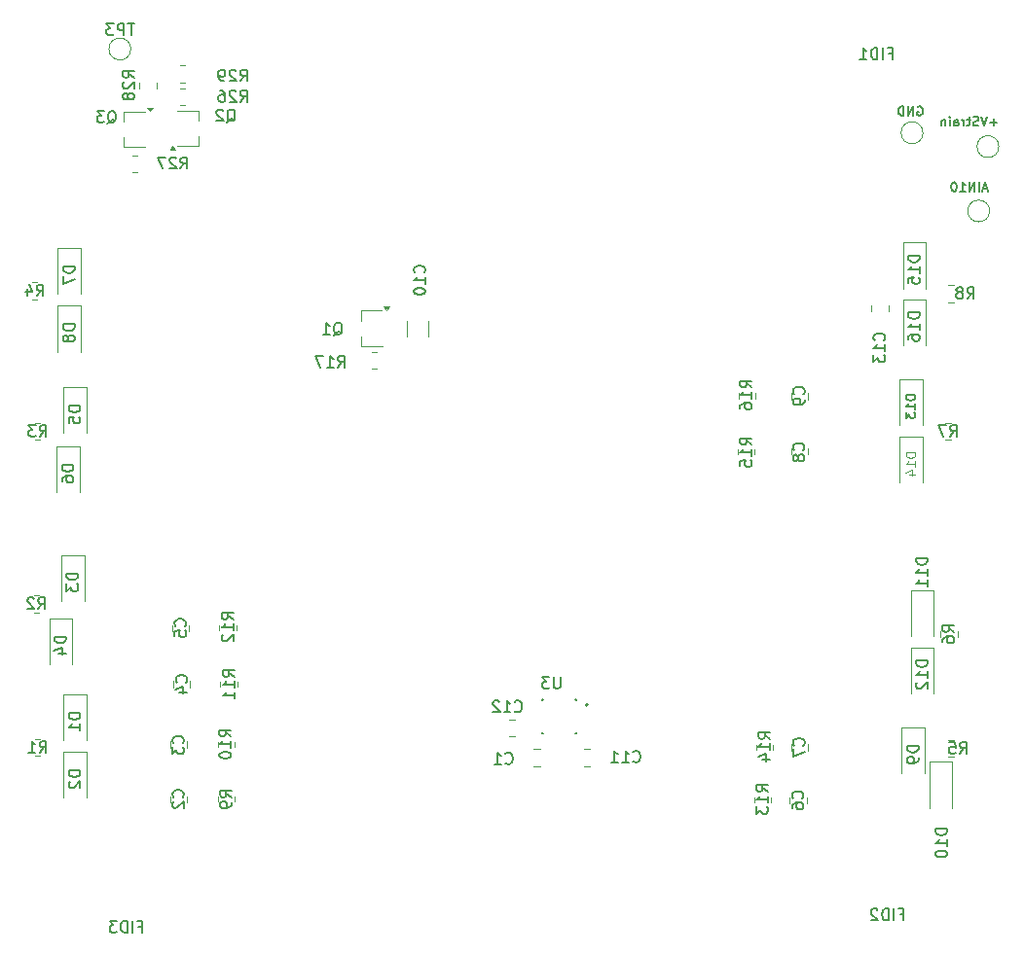
<source format=gbr>
%TF.GenerationSoftware,KiCad,Pcbnew,9.0.2*%
%TF.CreationDate,2025-06-16T14:43:15-07:00*%
%TF.ProjectId,Revision01,52657669-7369-46f6-9e30-312e6b696361,A*%
%TF.SameCoordinates,PX692bd40PY908ed60*%
%TF.FileFunction,Legend,Bot*%
%TF.FilePolarity,Positive*%
%FSLAX46Y46*%
G04 Gerber Fmt 4.6, Leading zero omitted, Abs format (unit mm)*
G04 Created by KiCad (PCBNEW 9.0.2) date 2025-06-16 14:43:15*
%MOMM*%
%LPD*%
G01*
G04 APERTURE LIST*
%ADD10C,0.150000*%
%ADD11C,0.125000*%
%ADD12C,0.120000*%
%ADD13C,0.127000*%
%ADD14C,0.200000*%
G04 APERTURE END LIST*
D10*
X93348935Y83034277D02*
X92967982Y83034277D01*
X93425125Y82805705D02*
X93158458Y83605705D01*
X93158458Y83605705D02*
X92891792Y82805705D01*
X92625125Y82805705D02*
X92625125Y83605705D01*
X92244173Y82805705D02*
X92244173Y83605705D01*
X92244173Y83605705D02*
X91787030Y82805705D01*
X91787030Y82805705D02*
X91787030Y83605705D01*
X90987031Y82805705D02*
X91444174Y82805705D01*
X91215602Y82805705D02*
X91215602Y83605705D01*
X91215602Y83605705D02*
X91291793Y83491420D01*
X91291793Y83491420D02*
X91367983Y83415229D01*
X91367983Y83415229D02*
X91444174Y83377134D01*
X90491792Y83605705D02*
X90415602Y83605705D01*
X90415602Y83605705D02*
X90339411Y83567610D01*
X90339411Y83567610D02*
X90301316Y83529515D01*
X90301316Y83529515D02*
X90263221Y83453324D01*
X90263221Y83453324D02*
X90225126Y83300943D01*
X90225126Y83300943D02*
X90225126Y83110467D01*
X90225126Y83110467D02*
X90263221Y82958086D01*
X90263221Y82958086D02*
X90301316Y82881896D01*
X90301316Y82881896D02*
X90339411Y82843800D01*
X90339411Y82843800D02*
X90415602Y82805705D01*
X90415602Y82805705D02*
X90491792Y82805705D01*
X90491792Y82805705D02*
X90567983Y82843800D01*
X90567983Y82843800D02*
X90606078Y82881896D01*
X90606078Y82881896D02*
X90644173Y82958086D01*
X90644173Y82958086D02*
X90682269Y83110467D01*
X90682269Y83110467D02*
X90682269Y83300943D01*
X90682269Y83300943D02*
X90644173Y83453324D01*
X90644173Y83453324D02*
X90606078Y83529515D01*
X90606078Y83529515D02*
X90567983Y83567610D01*
X90567983Y83567610D02*
X90491792Y83605705D01*
X87291792Y90167610D02*
X87367982Y90205705D01*
X87367982Y90205705D02*
X87482268Y90205705D01*
X87482268Y90205705D02*
X87596554Y90167610D01*
X87596554Y90167610D02*
X87672744Y90091420D01*
X87672744Y90091420D02*
X87710839Y90015229D01*
X87710839Y90015229D02*
X87748935Y89862848D01*
X87748935Y89862848D02*
X87748935Y89748562D01*
X87748935Y89748562D02*
X87710839Y89596181D01*
X87710839Y89596181D02*
X87672744Y89519991D01*
X87672744Y89519991D02*
X87596554Y89443800D01*
X87596554Y89443800D02*
X87482268Y89405705D01*
X87482268Y89405705D02*
X87406077Y89405705D01*
X87406077Y89405705D02*
X87291792Y89443800D01*
X87291792Y89443800D02*
X87253696Y89481896D01*
X87253696Y89481896D02*
X87253696Y89748562D01*
X87253696Y89748562D02*
X87406077Y89748562D01*
X86910839Y89405705D02*
X86910839Y90205705D01*
X86910839Y90205705D02*
X86453696Y89405705D01*
X86453696Y89405705D02*
X86453696Y90205705D01*
X86072744Y89405705D02*
X86072744Y90205705D01*
X86072744Y90205705D02*
X85882268Y90205705D01*
X85882268Y90205705D02*
X85767982Y90167610D01*
X85767982Y90167610D02*
X85691792Y90091420D01*
X85691792Y90091420D02*
X85653697Y90015229D01*
X85653697Y90015229D02*
X85615601Y89862848D01*
X85615601Y89862848D02*
X85615601Y89748562D01*
X85615601Y89748562D02*
X85653697Y89596181D01*
X85653697Y89596181D02*
X85691792Y89519991D01*
X85691792Y89519991D02*
X85767982Y89443800D01*
X85767982Y89443800D02*
X85882268Y89405705D01*
X85882268Y89405705D02*
X86072744Y89405705D01*
X94210839Y88810467D02*
X93601316Y88810467D01*
X93906077Y88505705D02*
X93906077Y89115229D01*
X93334649Y89305705D02*
X93067982Y88505705D01*
X93067982Y88505705D02*
X92801316Y89305705D01*
X92572745Y88543800D02*
X92458459Y88505705D01*
X92458459Y88505705D02*
X92267983Y88505705D01*
X92267983Y88505705D02*
X92191792Y88543800D01*
X92191792Y88543800D02*
X92153697Y88581896D01*
X92153697Y88581896D02*
X92115602Y88658086D01*
X92115602Y88658086D02*
X92115602Y88734277D01*
X92115602Y88734277D02*
X92153697Y88810467D01*
X92153697Y88810467D02*
X92191792Y88848562D01*
X92191792Y88848562D02*
X92267983Y88886658D01*
X92267983Y88886658D02*
X92420364Y88924753D01*
X92420364Y88924753D02*
X92496554Y88962848D01*
X92496554Y88962848D02*
X92534649Y89000943D01*
X92534649Y89000943D02*
X92572745Y89077134D01*
X92572745Y89077134D02*
X92572745Y89153324D01*
X92572745Y89153324D02*
X92534649Y89229515D01*
X92534649Y89229515D02*
X92496554Y89267610D01*
X92496554Y89267610D02*
X92420364Y89305705D01*
X92420364Y89305705D02*
X92229887Y89305705D01*
X92229887Y89305705D02*
X92115602Y89267610D01*
X91887030Y89039039D02*
X91582268Y89039039D01*
X91772744Y89305705D02*
X91772744Y88619991D01*
X91772744Y88619991D02*
X91734649Y88543800D01*
X91734649Y88543800D02*
X91658459Y88505705D01*
X91658459Y88505705D02*
X91582268Y88505705D01*
X91315601Y88505705D02*
X91315601Y89039039D01*
X91315601Y88886658D02*
X91277506Y88962848D01*
X91277506Y88962848D02*
X91239411Y89000943D01*
X91239411Y89000943D02*
X91163220Y89039039D01*
X91163220Y89039039D02*
X91087030Y89039039D01*
X90477506Y88505705D02*
X90477506Y88924753D01*
X90477506Y88924753D02*
X90515601Y89000943D01*
X90515601Y89000943D02*
X90591792Y89039039D01*
X90591792Y89039039D02*
X90744173Y89039039D01*
X90744173Y89039039D02*
X90820363Y89000943D01*
X90477506Y88543800D02*
X90553697Y88505705D01*
X90553697Y88505705D02*
X90744173Y88505705D01*
X90744173Y88505705D02*
X90820363Y88543800D01*
X90820363Y88543800D02*
X90858459Y88619991D01*
X90858459Y88619991D02*
X90858459Y88696181D01*
X90858459Y88696181D02*
X90820363Y88772372D01*
X90820363Y88772372D02*
X90744173Y88810467D01*
X90744173Y88810467D02*
X90553697Y88810467D01*
X90553697Y88810467D02*
X90477506Y88848562D01*
X90096553Y88505705D02*
X90096553Y89039039D01*
X90096553Y89305705D02*
X90134649Y89267610D01*
X90134649Y89267610D02*
X90096553Y89229515D01*
X90096553Y89229515D02*
X90058458Y89267610D01*
X90058458Y89267610D02*
X90096553Y89305705D01*
X90096553Y89305705D02*
X90096553Y89229515D01*
X89715601Y89039039D02*
X89715601Y88505705D01*
X89715601Y88962848D02*
X89677506Y89000943D01*
X89677506Y89000943D02*
X89601316Y89039039D01*
X89601316Y89039039D02*
X89487030Y89039039D01*
X89487030Y89039039D02*
X89410839Y89000943D01*
X89410839Y89000943D02*
X89372744Y88924753D01*
X89372744Y88924753D02*
X89372744Y88505705D01*
X19521428Y18818991D02*
X19854761Y18818991D01*
X19854761Y18295181D02*
X19854761Y19295181D01*
X19854761Y19295181D02*
X19378571Y19295181D01*
X18997618Y18295181D02*
X18997618Y19295181D01*
X18521428Y18295181D02*
X18521428Y19295181D01*
X18521428Y19295181D02*
X18283333Y19295181D01*
X18283333Y19295181D02*
X18140476Y19247562D01*
X18140476Y19247562D02*
X18045238Y19152324D01*
X18045238Y19152324D02*
X17997619Y19057086D01*
X17997619Y19057086D02*
X17950000Y18866610D01*
X17950000Y18866610D02*
X17950000Y18723753D01*
X17950000Y18723753D02*
X17997619Y18533277D01*
X17997619Y18533277D02*
X18045238Y18438039D01*
X18045238Y18438039D02*
X18140476Y18342800D01*
X18140476Y18342800D02*
X18283333Y18295181D01*
X18283333Y18295181D02*
X18521428Y18295181D01*
X17616666Y19295181D02*
X16997619Y19295181D01*
X16997619Y19295181D02*
X17330952Y18914229D01*
X17330952Y18914229D02*
X17188095Y18914229D01*
X17188095Y18914229D02*
X17092857Y18866610D01*
X17092857Y18866610D02*
X17045238Y18818991D01*
X17045238Y18818991D02*
X16997619Y18723753D01*
X16997619Y18723753D02*
X16997619Y18485658D01*
X16997619Y18485658D02*
X17045238Y18390420D01*
X17045238Y18390420D02*
X17092857Y18342800D01*
X17092857Y18342800D02*
X17188095Y18295181D01*
X17188095Y18295181D02*
X17473809Y18295181D01*
X17473809Y18295181D02*
X17569047Y18342800D01*
X17569047Y18342800D02*
X17616666Y18390420D01*
X91604760Y73454200D02*
X91938093Y73930391D01*
X92176188Y73454200D02*
X92176188Y74454200D01*
X92176188Y74454200D02*
X91795236Y74454200D01*
X91795236Y74454200D02*
X91699998Y74406581D01*
X91699998Y74406581D02*
X91652379Y74358962D01*
X91652379Y74358962D02*
X91604760Y74263724D01*
X91604760Y74263724D02*
X91604760Y74120867D01*
X91604760Y74120867D02*
X91652379Y74025629D01*
X91652379Y74025629D02*
X91699998Y73978010D01*
X91699998Y73978010D02*
X91795236Y73930391D01*
X91795236Y73930391D02*
X92176188Y73930391D01*
X91033331Y74025629D02*
X91128569Y74073248D01*
X91128569Y74073248D02*
X91176188Y74120867D01*
X91176188Y74120867D02*
X91223807Y74216105D01*
X91223807Y74216105D02*
X91223807Y74263724D01*
X91223807Y74263724D02*
X91176188Y74358962D01*
X91176188Y74358962D02*
X91128569Y74406581D01*
X91128569Y74406581D02*
X91033331Y74454200D01*
X91033331Y74454200D02*
X90842855Y74454200D01*
X90842855Y74454200D02*
X90747617Y74406581D01*
X90747617Y74406581D02*
X90699998Y74358962D01*
X90699998Y74358962D02*
X90652379Y74263724D01*
X90652379Y74263724D02*
X90652379Y74216105D01*
X90652379Y74216105D02*
X90699998Y74120867D01*
X90699998Y74120867D02*
X90747617Y74073248D01*
X90747617Y74073248D02*
X90842855Y74025629D01*
X90842855Y74025629D02*
X91033331Y74025629D01*
X91033331Y74025629D02*
X91128569Y73978010D01*
X91128569Y73978010D02*
X91176188Y73930391D01*
X91176188Y73930391D02*
X91223807Y73835153D01*
X91223807Y73835153D02*
X91223807Y73644677D01*
X91223807Y73644677D02*
X91176188Y73549439D01*
X91176188Y73549439D02*
X91128569Y73501819D01*
X91128569Y73501819D02*
X91033331Y73454200D01*
X91033331Y73454200D02*
X90842855Y73454200D01*
X90842855Y73454200D02*
X90747617Y73501819D01*
X90747617Y73501819D02*
X90699998Y73549439D01*
X90699998Y73549439D02*
X90652379Y73644677D01*
X90652379Y73644677D02*
X90652379Y73835153D01*
X90652379Y73835153D02*
X90699998Y73930391D01*
X90699998Y73930391D02*
X90747617Y73978010D01*
X90747617Y73978010D02*
X90842855Y74025629D01*
X16825238Y88709943D02*
X16920476Y88757562D01*
X16920476Y88757562D02*
X17015714Y88852800D01*
X17015714Y88852800D02*
X17158571Y88995658D01*
X17158571Y88995658D02*
X17253809Y89043277D01*
X17253809Y89043277D02*
X17349047Y89043277D01*
X17301428Y88805181D02*
X17396666Y88852800D01*
X17396666Y88852800D02*
X17491904Y88948039D01*
X17491904Y88948039D02*
X17539523Y89138515D01*
X17539523Y89138515D02*
X17539523Y89471848D01*
X17539523Y89471848D02*
X17491904Y89662324D01*
X17491904Y89662324D02*
X17396666Y89757562D01*
X17396666Y89757562D02*
X17301428Y89805181D01*
X17301428Y89805181D02*
X17110952Y89805181D01*
X17110952Y89805181D02*
X17015714Y89757562D01*
X17015714Y89757562D02*
X16920476Y89662324D01*
X16920476Y89662324D02*
X16872857Y89471848D01*
X16872857Y89471848D02*
X16872857Y89138515D01*
X16872857Y89138515D02*
X16920476Y88948039D01*
X16920476Y88948039D02*
X17015714Y88852800D01*
X17015714Y88852800D02*
X17110952Y88805181D01*
X17110952Y88805181D02*
X17301428Y88805181D01*
X16539523Y89805181D02*
X15920476Y89805181D01*
X15920476Y89805181D02*
X16253809Y89424229D01*
X16253809Y89424229D02*
X16110952Y89424229D01*
X16110952Y89424229D02*
X16015714Y89376610D01*
X16015714Y89376610D02*
X15968095Y89328991D01*
X15968095Y89328991D02*
X15920476Y89233753D01*
X15920476Y89233753D02*
X15920476Y88995658D01*
X15920476Y88995658D02*
X15968095Y88900420D01*
X15968095Y88900420D02*
X16015714Y88852800D01*
X16015714Y88852800D02*
X16110952Y88805181D01*
X16110952Y88805181D02*
X16396666Y88805181D01*
X16396666Y88805181D02*
X16491904Y88852800D01*
X16491904Y88852800D02*
X16539523Y88900420D01*
X90116666Y61445181D02*
X90449999Y61921372D01*
X90688094Y61445181D02*
X90688094Y62445181D01*
X90688094Y62445181D02*
X90307142Y62445181D01*
X90307142Y62445181D02*
X90211904Y62397562D01*
X90211904Y62397562D02*
X90164285Y62349943D01*
X90164285Y62349943D02*
X90116666Y62254705D01*
X90116666Y62254705D02*
X90116666Y62111848D01*
X90116666Y62111848D02*
X90164285Y62016610D01*
X90164285Y62016610D02*
X90211904Y61968991D01*
X90211904Y61968991D02*
X90307142Y61921372D01*
X90307142Y61921372D02*
X90688094Y61921372D01*
X89783332Y62445181D02*
X89116666Y62445181D01*
X89116666Y62445181D02*
X89545237Y61445181D01*
X77337580Y60266667D02*
X77385200Y60314286D01*
X77385200Y60314286D02*
X77432819Y60457143D01*
X77432819Y60457143D02*
X77432819Y60552381D01*
X77432819Y60552381D02*
X77385200Y60695238D01*
X77385200Y60695238D02*
X77289961Y60790476D01*
X77289961Y60790476D02*
X77194723Y60838095D01*
X77194723Y60838095D02*
X77004247Y60885714D01*
X77004247Y60885714D02*
X76861390Y60885714D01*
X76861390Y60885714D02*
X76670914Y60838095D01*
X76670914Y60838095D02*
X76575676Y60790476D01*
X76575676Y60790476D02*
X76480438Y60695238D01*
X76480438Y60695238D02*
X76432819Y60552381D01*
X76432819Y60552381D02*
X76432819Y60457143D01*
X76432819Y60457143D02*
X76480438Y60314286D01*
X76480438Y60314286D02*
X76528057Y60266667D01*
X76861390Y59695238D02*
X76813771Y59790476D01*
X76813771Y59790476D02*
X76766152Y59838095D01*
X76766152Y59838095D02*
X76670914Y59885714D01*
X76670914Y59885714D02*
X76623295Y59885714D01*
X76623295Y59885714D02*
X76528057Y59838095D01*
X76528057Y59838095D02*
X76480438Y59790476D01*
X76480438Y59790476D02*
X76432819Y59695238D01*
X76432819Y59695238D02*
X76432819Y59504762D01*
X76432819Y59504762D02*
X76480438Y59409524D01*
X76480438Y59409524D02*
X76528057Y59361905D01*
X76528057Y59361905D02*
X76623295Y59314286D01*
X76623295Y59314286D02*
X76670914Y59314286D01*
X76670914Y59314286D02*
X76766152Y59361905D01*
X76766152Y59361905D02*
X76813771Y59409524D01*
X76813771Y59409524D02*
X76861390Y59504762D01*
X76861390Y59504762D02*
X76861390Y59695238D01*
X76861390Y59695238D02*
X76909009Y59790476D01*
X76909009Y59790476D02*
X76956628Y59838095D01*
X76956628Y59838095D02*
X77051866Y59885714D01*
X77051866Y59885714D02*
X77242342Y59885714D01*
X77242342Y59885714D02*
X77337580Y59838095D01*
X77337580Y59838095D02*
X77385200Y59790476D01*
X77385200Y59790476D02*
X77432819Y59695238D01*
X77432819Y59695238D02*
X77432819Y59504762D01*
X77432819Y59504762D02*
X77385200Y59409524D01*
X77385200Y59409524D02*
X77337580Y59361905D01*
X77337580Y59361905D02*
X77242342Y59314286D01*
X77242342Y59314286D02*
X77051866Y59314286D01*
X77051866Y59314286D02*
X76956628Y59361905D01*
X76956628Y59361905D02*
X76909009Y59409524D01*
X76909009Y59409524D02*
X76861390Y59504762D01*
X62542857Y33190420D02*
X62590476Y33142800D01*
X62590476Y33142800D02*
X62733333Y33095181D01*
X62733333Y33095181D02*
X62828571Y33095181D01*
X62828571Y33095181D02*
X62971428Y33142800D01*
X62971428Y33142800D02*
X63066666Y33238039D01*
X63066666Y33238039D02*
X63114285Y33333277D01*
X63114285Y33333277D02*
X63161904Y33523753D01*
X63161904Y33523753D02*
X63161904Y33666610D01*
X63161904Y33666610D02*
X63114285Y33857086D01*
X63114285Y33857086D02*
X63066666Y33952324D01*
X63066666Y33952324D02*
X62971428Y34047562D01*
X62971428Y34047562D02*
X62828571Y34095181D01*
X62828571Y34095181D02*
X62733333Y34095181D01*
X62733333Y34095181D02*
X62590476Y34047562D01*
X62590476Y34047562D02*
X62542857Y33999943D01*
X61590476Y33095181D02*
X62161904Y33095181D01*
X61876190Y33095181D02*
X61876190Y34095181D01*
X61876190Y34095181D02*
X61971428Y33952324D01*
X61971428Y33952324D02*
X62066666Y33857086D01*
X62066666Y33857086D02*
X62161904Y33809467D01*
X60638095Y33095181D02*
X61209523Y33095181D01*
X60923809Y33095181D02*
X60923809Y34095181D01*
X60923809Y34095181D02*
X61019047Y33952324D01*
X61019047Y33952324D02*
X61114285Y33857086D01*
X61114285Y33857086D02*
X61209523Y33809467D01*
X77359580Y65166667D02*
X77407200Y65214286D01*
X77407200Y65214286D02*
X77454819Y65357143D01*
X77454819Y65357143D02*
X77454819Y65452381D01*
X77454819Y65452381D02*
X77407200Y65595238D01*
X77407200Y65595238D02*
X77311961Y65690476D01*
X77311961Y65690476D02*
X77216723Y65738095D01*
X77216723Y65738095D02*
X77026247Y65785714D01*
X77026247Y65785714D02*
X76883390Y65785714D01*
X76883390Y65785714D02*
X76692914Y65738095D01*
X76692914Y65738095D02*
X76597676Y65690476D01*
X76597676Y65690476D02*
X76502438Y65595238D01*
X76502438Y65595238D02*
X76454819Y65452381D01*
X76454819Y65452381D02*
X76454819Y65357143D01*
X76454819Y65357143D02*
X76502438Y65214286D01*
X76502438Y65214286D02*
X76550057Y65166667D01*
X77454819Y64690476D02*
X77454819Y64500000D01*
X77454819Y64500000D02*
X77407200Y64404762D01*
X77407200Y64404762D02*
X77359580Y64357143D01*
X77359580Y64357143D02*
X77216723Y64261905D01*
X77216723Y64261905D02*
X77026247Y64214286D01*
X77026247Y64214286D02*
X76645295Y64214286D01*
X76645295Y64214286D02*
X76550057Y64261905D01*
X76550057Y64261905D02*
X76502438Y64309524D01*
X76502438Y64309524D02*
X76454819Y64404762D01*
X76454819Y64404762D02*
X76454819Y64595238D01*
X76454819Y64595238D02*
X76502438Y64690476D01*
X76502438Y64690476D02*
X76550057Y64738095D01*
X76550057Y64738095D02*
X76645295Y64785714D01*
X76645295Y64785714D02*
X76883390Y64785714D01*
X76883390Y64785714D02*
X76978628Y64738095D01*
X76978628Y64738095D02*
X77026247Y64690476D01*
X77026247Y64690476D02*
X77073866Y64595238D01*
X77073866Y64595238D02*
X77073866Y64404762D01*
X77073866Y64404762D02*
X77026247Y64309524D01*
X77026247Y64309524D02*
X76978628Y64261905D01*
X76978628Y64261905D02*
X76883390Y64214286D01*
X14454819Y37388095D02*
X13454819Y37388095D01*
X13454819Y37388095D02*
X13454819Y37150000D01*
X13454819Y37150000D02*
X13502438Y37007143D01*
X13502438Y37007143D02*
X13597676Y36911905D01*
X13597676Y36911905D02*
X13692914Y36864286D01*
X13692914Y36864286D02*
X13883390Y36816667D01*
X13883390Y36816667D02*
X14026247Y36816667D01*
X14026247Y36816667D02*
X14216723Y36864286D01*
X14216723Y36864286D02*
X14311961Y36911905D01*
X14311961Y36911905D02*
X14407200Y37007143D01*
X14407200Y37007143D02*
X14454819Y37150000D01*
X14454819Y37150000D02*
X14454819Y37388095D01*
X14454819Y35864286D02*
X14454819Y36435714D01*
X14454819Y36150000D02*
X13454819Y36150000D01*
X13454819Y36150000D02*
X13597676Y36245238D01*
X13597676Y36245238D02*
X13692914Y36340476D01*
X13692914Y36340476D02*
X13740533Y36435714D01*
X51441666Y33040420D02*
X51489285Y32992800D01*
X51489285Y32992800D02*
X51632142Y32945181D01*
X51632142Y32945181D02*
X51727380Y32945181D01*
X51727380Y32945181D02*
X51870237Y32992800D01*
X51870237Y32992800D02*
X51965475Y33088039D01*
X51965475Y33088039D02*
X52013094Y33183277D01*
X52013094Y33183277D02*
X52060713Y33373753D01*
X52060713Y33373753D02*
X52060713Y33516610D01*
X52060713Y33516610D02*
X52013094Y33707086D01*
X52013094Y33707086D02*
X51965475Y33802324D01*
X51965475Y33802324D02*
X51870237Y33897562D01*
X51870237Y33897562D02*
X51727380Y33945181D01*
X51727380Y33945181D02*
X51632142Y33945181D01*
X51632142Y33945181D02*
X51489285Y33897562D01*
X51489285Y33897562D02*
X51441666Y33849943D01*
X50489285Y32945181D02*
X51060713Y32945181D01*
X50774999Y32945181D02*
X50774999Y33945181D01*
X50774999Y33945181D02*
X50870237Y33802324D01*
X50870237Y33802324D02*
X50965475Y33707086D01*
X50965475Y33707086D02*
X51060713Y33659467D01*
X88154819Y41964286D02*
X87154819Y41964286D01*
X87154819Y41964286D02*
X87154819Y41726191D01*
X87154819Y41726191D02*
X87202438Y41583334D01*
X87202438Y41583334D02*
X87297676Y41488096D01*
X87297676Y41488096D02*
X87392914Y41440477D01*
X87392914Y41440477D02*
X87583390Y41392858D01*
X87583390Y41392858D02*
X87726247Y41392858D01*
X87726247Y41392858D02*
X87916723Y41440477D01*
X87916723Y41440477D02*
X88011961Y41488096D01*
X88011961Y41488096D02*
X88107200Y41583334D01*
X88107200Y41583334D02*
X88154819Y41726191D01*
X88154819Y41726191D02*
X88154819Y41964286D01*
X88154819Y40440477D02*
X88154819Y41011905D01*
X88154819Y40726191D02*
X87154819Y40726191D01*
X87154819Y40726191D02*
X87297676Y40821429D01*
X87297676Y40821429D02*
X87392914Y40916667D01*
X87392914Y40916667D02*
X87440533Y41011905D01*
X87250057Y40059524D02*
X87202438Y40011905D01*
X87202438Y40011905D02*
X87154819Y39916667D01*
X87154819Y39916667D02*
X87154819Y39678572D01*
X87154819Y39678572D02*
X87202438Y39583334D01*
X87202438Y39583334D02*
X87250057Y39535715D01*
X87250057Y39535715D02*
X87345295Y39488096D01*
X87345295Y39488096D02*
X87440533Y39488096D01*
X87440533Y39488096D02*
X87583390Y39535715D01*
X87583390Y39535715D02*
X88154819Y40107143D01*
X88154819Y40107143D02*
X88154819Y39488096D01*
X85746428Y19868991D02*
X86079761Y19868991D01*
X86079761Y19345181D02*
X86079761Y20345181D01*
X86079761Y20345181D02*
X85603571Y20345181D01*
X85222618Y19345181D02*
X85222618Y20345181D01*
X84746428Y19345181D02*
X84746428Y20345181D01*
X84746428Y20345181D02*
X84508333Y20345181D01*
X84508333Y20345181D02*
X84365476Y20297562D01*
X84365476Y20297562D02*
X84270238Y20202324D01*
X84270238Y20202324D02*
X84222619Y20107086D01*
X84222619Y20107086D02*
X84175000Y19916610D01*
X84175000Y19916610D02*
X84175000Y19773753D01*
X84175000Y19773753D02*
X84222619Y19583277D01*
X84222619Y19583277D02*
X84270238Y19488039D01*
X84270238Y19488039D02*
X84365476Y19392800D01*
X84365476Y19392800D02*
X84508333Y19345181D01*
X84508333Y19345181D02*
X84746428Y19345181D01*
X83794047Y20249943D02*
X83746428Y20297562D01*
X83746428Y20297562D02*
X83651190Y20345181D01*
X83651190Y20345181D02*
X83413095Y20345181D01*
X83413095Y20345181D02*
X83317857Y20297562D01*
X83317857Y20297562D02*
X83270238Y20249943D01*
X83270238Y20249943D02*
X83222619Y20154705D01*
X83222619Y20154705D02*
X83222619Y20059467D01*
X83222619Y20059467D02*
X83270238Y19916610D01*
X83270238Y19916610D02*
X83841666Y19345181D01*
X83841666Y19345181D02*
X83222619Y19345181D01*
X89854819Y27314286D02*
X88854819Y27314286D01*
X88854819Y27314286D02*
X88854819Y27076191D01*
X88854819Y27076191D02*
X88902438Y26933334D01*
X88902438Y26933334D02*
X88997676Y26838096D01*
X88997676Y26838096D02*
X89092914Y26790477D01*
X89092914Y26790477D02*
X89283390Y26742858D01*
X89283390Y26742858D02*
X89426247Y26742858D01*
X89426247Y26742858D02*
X89616723Y26790477D01*
X89616723Y26790477D02*
X89711961Y26838096D01*
X89711961Y26838096D02*
X89807200Y26933334D01*
X89807200Y26933334D02*
X89854819Y27076191D01*
X89854819Y27076191D02*
X89854819Y27314286D01*
X89854819Y25790477D02*
X89854819Y26361905D01*
X89854819Y26076191D02*
X88854819Y26076191D01*
X88854819Y26076191D02*
X88997676Y26171429D01*
X88997676Y26171429D02*
X89092914Y26266667D01*
X89092914Y26266667D02*
X89140533Y26361905D01*
X88854819Y25171429D02*
X88854819Y25076191D01*
X88854819Y25076191D02*
X88902438Y24980953D01*
X88902438Y24980953D02*
X88950057Y24933334D01*
X88950057Y24933334D02*
X89045295Y24885715D01*
X89045295Y24885715D02*
X89235771Y24838096D01*
X89235771Y24838096D02*
X89473866Y24838096D01*
X89473866Y24838096D02*
X89664342Y24885715D01*
X89664342Y24885715D02*
X89759580Y24933334D01*
X89759580Y24933334D02*
X89807200Y24980953D01*
X89807200Y24980953D02*
X89854819Y25076191D01*
X89854819Y25076191D02*
X89854819Y25171429D01*
X89854819Y25171429D02*
X89807200Y25266667D01*
X89807200Y25266667D02*
X89759580Y25314286D01*
X89759580Y25314286D02*
X89664342Y25361905D01*
X89664342Y25361905D02*
X89473866Y25409524D01*
X89473866Y25409524D02*
X89235771Y25409524D01*
X89235771Y25409524D02*
X89045295Y25361905D01*
X89045295Y25361905D02*
X88950057Y25314286D01*
X88950057Y25314286D02*
X88902438Y25266667D01*
X88902438Y25266667D02*
X88854819Y25171429D01*
X88144819Y50874286D02*
X87144819Y50874286D01*
X87144819Y50874286D02*
X87144819Y50636191D01*
X87144819Y50636191D02*
X87192438Y50493334D01*
X87192438Y50493334D02*
X87287676Y50398096D01*
X87287676Y50398096D02*
X87382914Y50350477D01*
X87382914Y50350477D02*
X87573390Y50302858D01*
X87573390Y50302858D02*
X87716247Y50302858D01*
X87716247Y50302858D02*
X87906723Y50350477D01*
X87906723Y50350477D02*
X88001961Y50398096D01*
X88001961Y50398096D02*
X88097200Y50493334D01*
X88097200Y50493334D02*
X88144819Y50636191D01*
X88144819Y50636191D02*
X88144819Y50874286D01*
X88144819Y49350477D02*
X88144819Y49921905D01*
X88144819Y49636191D02*
X87144819Y49636191D01*
X87144819Y49636191D02*
X87287676Y49731429D01*
X87287676Y49731429D02*
X87382914Y49826667D01*
X87382914Y49826667D02*
X87430533Y49921905D01*
X88144819Y48398096D02*
X88144819Y48969524D01*
X88144819Y48683810D02*
X87144819Y48683810D01*
X87144819Y48683810D02*
X87287676Y48779048D01*
X87287676Y48779048D02*
X87382914Y48874286D01*
X87382914Y48874286D02*
X87430533Y48969524D01*
X14454819Y32388095D02*
X13454819Y32388095D01*
X13454819Y32388095D02*
X13454819Y32150000D01*
X13454819Y32150000D02*
X13502438Y32007143D01*
X13502438Y32007143D02*
X13597676Y31911905D01*
X13597676Y31911905D02*
X13692914Y31864286D01*
X13692914Y31864286D02*
X13883390Y31816667D01*
X13883390Y31816667D02*
X14026247Y31816667D01*
X14026247Y31816667D02*
X14216723Y31864286D01*
X14216723Y31864286D02*
X14311961Y31911905D01*
X14311961Y31911905D02*
X14407200Y32007143D01*
X14407200Y32007143D02*
X14454819Y32150000D01*
X14454819Y32150000D02*
X14454819Y32388095D01*
X13550057Y31435714D02*
X13502438Y31388095D01*
X13502438Y31388095D02*
X13454819Y31292857D01*
X13454819Y31292857D02*
X13454819Y31054762D01*
X13454819Y31054762D02*
X13502438Y30959524D01*
X13502438Y30959524D02*
X13550057Y30911905D01*
X13550057Y30911905D02*
X13645295Y30864286D01*
X13645295Y30864286D02*
X13740533Y30864286D01*
X13740533Y30864286D02*
X13883390Y30911905D01*
X13883390Y30911905D02*
X14454819Y31483333D01*
X14454819Y31483333D02*
X14454819Y30864286D01*
X13854819Y58988095D02*
X12854819Y58988095D01*
X12854819Y58988095D02*
X12854819Y58750000D01*
X12854819Y58750000D02*
X12902438Y58607143D01*
X12902438Y58607143D02*
X12997676Y58511905D01*
X12997676Y58511905D02*
X13092914Y58464286D01*
X13092914Y58464286D02*
X13283390Y58416667D01*
X13283390Y58416667D02*
X13426247Y58416667D01*
X13426247Y58416667D02*
X13616723Y58464286D01*
X13616723Y58464286D02*
X13711961Y58511905D01*
X13711961Y58511905D02*
X13807200Y58607143D01*
X13807200Y58607143D02*
X13854819Y58750000D01*
X13854819Y58750000D02*
X13854819Y58988095D01*
X12854819Y57559524D02*
X12854819Y57750000D01*
X12854819Y57750000D02*
X12902438Y57845238D01*
X12902438Y57845238D02*
X12950057Y57892857D01*
X12950057Y57892857D02*
X13092914Y57988095D01*
X13092914Y57988095D02*
X13283390Y58035714D01*
X13283390Y58035714D02*
X13664342Y58035714D01*
X13664342Y58035714D02*
X13759580Y57988095D01*
X13759580Y57988095D02*
X13807200Y57940476D01*
X13807200Y57940476D02*
X13854819Y57845238D01*
X13854819Y57845238D02*
X13854819Y57654762D01*
X13854819Y57654762D02*
X13807200Y57559524D01*
X13807200Y57559524D02*
X13759580Y57511905D01*
X13759580Y57511905D02*
X13664342Y57464286D01*
X13664342Y57464286D02*
X13426247Y57464286D01*
X13426247Y57464286D02*
X13331009Y57511905D01*
X13331009Y57511905D02*
X13283390Y57559524D01*
X13283390Y57559524D02*
X13235771Y57654762D01*
X13235771Y57654762D02*
X13235771Y57845238D01*
X13235771Y57845238D02*
X13283390Y57940476D01*
X13283390Y57940476D02*
X13331009Y57988095D01*
X13331009Y57988095D02*
X13426247Y58035714D01*
X90464819Y44436667D02*
X89988628Y44770000D01*
X90464819Y45008095D02*
X89464819Y45008095D01*
X89464819Y45008095D02*
X89464819Y44627143D01*
X89464819Y44627143D02*
X89512438Y44531905D01*
X89512438Y44531905D02*
X89560057Y44484286D01*
X89560057Y44484286D02*
X89655295Y44436667D01*
X89655295Y44436667D02*
X89798152Y44436667D01*
X89798152Y44436667D02*
X89893390Y44484286D01*
X89893390Y44484286D02*
X89941009Y44531905D01*
X89941009Y44531905D02*
X89988628Y44627143D01*
X89988628Y44627143D02*
X89988628Y45008095D01*
X89464819Y43579524D02*
X89464819Y43770000D01*
X89464819Y43770000D02*
X89512438Y43865238D01*
X89512438Y43865238D02*
X89560057Y43912857D01*
X89560057Y43912857D02*
X89702914Y44008095D01*
X89702914Y44008095D02*
X89893390Y44055714D01*
X89893390Y44055714D02*
X90274342Y44055714D01*
X90274342Y44055714D02*
X90369580Y44008095D01*
X90369580Y44008095D02*
X90417200Y43960476D01*
X90417200Y43960476D02*
X90464819Y43865238D01*
X90464819Y43865238D02*
X90464819Y43674762D01*
X90464819Y43674762D02*
X90417200Y43579524D01*
X90417200Y43579524D02*
X90369580Y43531905D01*
X90369580Y43531905D02*
X90274342Y43484286D01*
X90274342Y43484286D02*
X90036247Y43484286D01*
X90036247Y43484286D02*
X89941009Y43531905D01*
X89941009Y43531905D02*
X89893390Y43579524D01*
X89893390Y43579524D02*
X89845771Y43674762D01*
X89845771Y43674762D02*
X89845771Y43865238D01*
X89845771Y43865238D02*
X89893390Y43960476D01*
X89893390Y43960476D02*
X89941009Y44008095D01*
X89941009Y44008095D02*
X90036247Y44055714D01*
X27200238Y88834943D02*
X27295476Y88882562D01*
X27295476Y88882562D02*
X27390714Y88977800D01*
X27390714Y88977800D02*
X27533571Y89120658D01*
X27533571Y89120658D02*
X27628809Y89168277D01*
X27628809Y89168277D02*
X27724047Y89168277D01*
X27676428Y88930181D02*
X27771666Y88977800D01*
X27771666Y88977800D02*
X27866904Y89073039D01*
X27866904Y89073039D02*
X27914523Y89263515D01*
X27914523Y89263515D02*
X27914523Y89596848D01*
X27914523Y89596848D02*
X27866904Y89787324D01*
X27866904Y89787324D02*
X27771666Y89882562D01*
X27771666Y89882562D02*
X27676428Y89930181D01*
X27676428Y89930181D02*
X27485952Y89930181D01*
X27485952Y89930181D02*
X27390714Y89882562D01*
X27390714Y89882562D02*
X27295476Y89787324D01*
X27295476Y89787324D02*
X27247857Y89596848D01*
X27247857Y89596848D02*
X27247857Y89263515D01*
X27247857Y89263515D02*
X27295476Y89073039D01*
X27295476Y89073039D02*
X27390714Y88977800D01*
X27390714Y88977800D02*
X27485952Y88930181D01*
X27485952Y88930181D02*
X27676428Y88930181D01*
X26866904Y89834943D02*
X26819285Y89882562D01*
X26819285Y89882562D02*
X26724047Y89930181D01*
X26724047Y89930181D02*
X26485952Y89930181D01*
X26485952Y89930181D02*
X26390714Y89882562D01*
X26390714Y89882562D02*
X26343095Y89834943D01*
X26343095Y89834943D02*
X26295476Y89739705D01*
X26295476Y89739705D02*
X26295476Y89644467D01*
X26295476Y89644467D02*
X26343095Y89501610D01*
X26343095Y89501610D02*
X26914523Y88930181D01*
X26914523Y88930181D02*
X26295476Y88930181D01*
X23359580Y30066667D02*
X23407200Y30114286D01*
X23407200Y30114286D02*
X23454819Y30257143D01*
X23454819Y30257143D02*
X23454819Y30352381D01*
X23454819Y30352381D02*
X23407200Y30495238D01*
X23407200Y30495238D02*
X23311961Y30590476D01*
X23311961Y30590476D02*
X23216723Y30638095D01*
X23216723Y30638095D02*
X23026247Y30685714D01*
X23026247Y30685714D02*
X22883390Y30685714D01*
X22883390Y30685714D02*
X22692914Y30638095D01*
X22692914Y30638095D02*
X22597676Y30590476D01*
X22597676Y30590476D02*
X22502438Y30495238D01*
X22502438Y30495238D02*
X22454819Y30352381D01*
X22454819Y30352381D02*
X22454819Y30257143D01*
X22454819Y30257143D02*
X22502438Y30114286D01*
X22502438Y30114286D02*
X22550057Y30066667D01*
X22550057Y29685714D02*
X22502438Y29638095D01*
X22502438Y29638095D02*
X22454819Y29542857D01*
X22454819Y29542857D02*
X22454819Y29304762D01*
X22454819Y29304762D02*
X22502438Y29209524D01*
X22502438Y29209524D02*
X22550057Y29161905D01*
X22550057Y29161905D02*
X22645295Y29114286D01*
X22645295Y29114286D02*
X22740533Y29114286D01*
X22740533Y29114286D02*
X22883390Y29161905D01*
X22883390Y29161905D02*
X23454819Y29733333D01*
X23454819Y29733333D02*
X23454819Y29114286D01*
X13954819Y71238095D02*
X12954819Y71238095D01*
X12954819Y71238095D02*
X12954819Y71000000D01*
X12954819Y71000000D02*
X13002438Y70857143D01*
X13002438Y70857143D02*
X13097676Y70761905D01*
X13097676Y70761905D02*
X13192914Y70714286D01*
X13192914Y70714286D02*
X13383390Y70666667D01*
X13383390Y70666667D02*
X13526247Y70666667D01*
X13526247Y70666667D02*
X13716723Y70714286D01*
X13716723Y70714286D02*
X13811961Y70761905D01*
X13811961Y70761905D02*
X13907200Y70857143D01*
X13907200Y70857143D02*
X13954819Y71000000D01*
X13954819Y71000000D02*
X13954819Y71238095D01*
X13383390Y70095238D02*
X13335771Y70190476D01*
X13335771Y70190476D02*
X13288152Y70238095D01*
X13288152Y70238095D02*
X13192914Y70285714D01*
X13192914Y70285714D02*
X13145295Y70285714D01*
X13145295Y70285714D02*
X13050057Y70238095D01*
X13050057Y70238095D02*
X13002438Y70190476D01*
X13002438Y70190476D02*
X12954819Y70095238D01*
X12954819Y70095238D02*
X12954819Y69904762D01*
X12954819Y69904762D02*
X13002438Y69809524D01*
X13002438Y69809524D02*
X13050057Y69761905D01*
X13050057Y69761905D02*
X13145295Y69714286D01*
X13145295Y69714286D02*
X13192914Y69714286D01*
X13192914Y69714286D02*
X13288152Y69761905D01*
X13288152Y69761905D02*
X13335771Y69809524D01*
X13335771Y69809524D02*
X13383390Y69904762D01*
X13383390Y69904762D02*
X13383390Y70095238D01*
X13383390Y70095238D02*
X13431009Y70190476D01*
X13431009Y70190476D02*
X13478628Y70238095D01*
X13478628Y70238095D02*
X13573866Y70285714D01*
X13573866Y70285714D02*
X13764342Y70285714D01*
X13764342Y70285714D02*
X13859580Y70238095D01*
X13859580Y70238095D02*
X13907200Y70190476D01*
X13907200Y70190476D02*
X13954819Y70095238D01*
X13954819Y70095238D02*
X13954819Y69904762D01*
X13954819Y69904762D02*
X13907200Y69809524D01*
X13907200Y69809524D02*
X13859580Y69761905D01*
X13859580Y69761905D02*
X13764342Y69714286D01*
X13764342Y69714286D02*
X13573866Y69714286D01*
X13573866Y69714286D02*
X13478628Y69761905D01*
X13478628Y69761905D02*
X13431009Y69809524D01*
X13431009Y69809524D02*
X13383390Y69904762D01*
X27754819Y45542858D02*
X27278628Y45876191D01*
X27754819Y46114286D02*
X26754819Y46114286D01*
X26754819Y46114286D02*
X26754819Y45733334D01*
X26754819Y45733334D02*
X26802438Y45638096D01*
X26802438Y45638096D02*
X26850057Y45590477D01*
X26850057Y45590477D02*
X26945295Y45542858D01*
X26945295Y45542858D02*
X27088152Y45542858D01*
X27088152Y45542858D02*
X27183390Y45590477D01*
X27183390Y45590477D02*
X27231009Y45638096D01*
X27231009Y45638096D02*
X27278628Y45733334D01*
X27278628Y45733334D02*
X27278628Y46114286D01*
X27754819Y44590477D02*
X27754819Y45161905D01*
X27754819Y44876191D02*
X26754819Y44876191D01*
X26754819Y44876191D02*
X26897676Y44971429D01*
X26897676Y44971429D02*
X26992914Y45066667D01*
X26992914Y45066667D02*
X27040533Y45161905D01*
X26850057Y44209524D02*
X26802438Y44161905D01*
X26802438Y44161905D02*
X26754819Y44066667D01*
X26754819Y44066667D02*
X26754819Y43828572D01*
X26754819Y43828572D02*
X26802438Y43733334D01*
X26802438Y43733334D02*
X26850057Y43685715D01*
X26850057Y43685715D02*
X26945295Y43638096D01*
X26945295Y43638096D02*
X27040533Y43638096D01*
X27040533Y43638096D02*
X27183390Y43685715D01*
X27183390Y43685715D02*
X27754819Y44257143D01*
X27754819Y44257143D02*
X27754819Y43638096D01*
X23172857Y84780181D02*
X23506190Y85256372D01*
X23744285Y84780181D02*
X23744285Y85780181D01*
X23744285Y85780181D02*
X23363333Y85780181D01*
X23363333Y85780181D02*
X23268095Y85732562D01*
X23268095Y85732562D02*
X23220476Y85684943D01*
X23220476Y85684943D02*
X23172857Y85589705D01*
X23172857Y85589705D02*
X23172857Y85446848D01*
X23172857Y85446848D02*
X23220476Y85351610D01*
X23220476Y85351610D02*
X23268095Y85303991D01*
X23268095Y85303991D02*
X23363333Y85256372D01*
X23363333Y85256372D02*
X23744285Y85256372D01*
X22791904Y85684943D02*
X22744285Y85732562D01*
X22744285Y85732562D02*
X22649047Y85780181D01*
X22649047Y85780181D02*
X22410952Y85780181D01*
X22410952Y85780181D02*
X22315714Y85732562D01*
X22315714Y85732562D02*
X22268095Y85684943D01*
X22268095Y85684943D02*
X22220476Y85589705D01*
X22220476Y85589705D02*
X22220476Y85494467D01*
X22220476Y85494467D02*
X22268095Y85351610D01*
X22268095Y85351610D02*
X22839523Y84780181D01*
X22839523Y84780181D02*
X22220476Y84780181D01*
X21887142Y85780181D02*
X21220476Y85780181D01*
X21220476Y85780181D02*
X21649047Y84780181D01*
X10791666Y46445181D02*
X11124999Y46921372D01*
X11363094Y46445181D02*
X11363094Y47445181D01*
X11363094Y47445181D02*
X10982142Y47445181D01*
X10982142Y47445181D02*
X10886904Y47397562D01*
X10886904Y47397562D02*
X10839285Y47349943D01*
X10839285Y47349943D02*
X10791666Y47254705D01*
X10791666Y47254705D02*
X10791666Y47111848D01*
X10791666Y47111848D02*
X10839285Y47016610D01*
X10839285Y47016610D02*
X10886904Y46968991D01*
X10886904Y46968991D02*
X10982142Y46921372D01*
X10982142Y46921372D02*
X11363094Y46921372D01*
X10410713Y47349943D02*
X10363094Y47397562D01*
X10363094Y47397562D02*
X10267856Y47445181D01*
X10267856Y47445181D02*
X10029761Y47445181D01*
X10029761Y47445181D02*
X9934523Y47397562D01*
X9934523Y47397562D02*
X9886904Y47349943D01*
X9886904Y47349943D02*
X9839285Y47254705D01*
X9839285Y47254705D02*
X9839285Y47159467D01*
X9839285Y47159467D02*
X9886904Y47016610D01*
X9886904Y47016610D02*
X10458332Y46445181D01*
X10458332Y46445181D02*
X9839285Y46445181D01*
X74254819Y30542858D02*
X73778628Y30876191D01*
X74254819Y31114286D02*
X73254819Y31114286D01*
X73254819Y31114286D02*
X73254819Y30733334D01*
X73254819Y30733334D02*
X73302438Y30638096D01*
X73302438Y30638096D02*
X73350057Y30590477D01*
X73350057Y30590477D02*
X73445295Y30542858D01*
X73445295Y30542858D02*
X73588152Y30542858D01*
X73588152Y30542858D02*
X73683390Y30590477D01*
X73683390Y30590477D02*
X73731009Y30638096D01*
X73731009Y30638096D02*
X73778628Y30733334D01*
X73778628Y30733334D02*
X73778628Y31114286D01*
X74254819Y29590477D02*
X74254819Y30161905D01*
X74254819Y29876191D02*
X73254819Y29876191D01*
X73254819Y29876191D02*
X73397676Y29971429D01*
X73397676Y29971429D02*
X73492914Y30066667D01*
X73492914Y30066667D02*
X73540533Y30161905D01*
X73254819Y29257143D02*
X73254819Y28638096D01*
X73254819Y28638096D02*
X73635771Y28971429D01*
X73635771Y28971429D02*
X73635771Y28828572D01*
X73635771Y28828572D02*
X73683390Y28733334D01*
X73683390Y28733334D02*
X73731009Y28685715D01*
X73731009Y28685715D02*
X73826247Y28638096D01*
X73826247Y28638096D02*
X74064342Y28638096D01*
X74064342Y28638096D02*
X74159580Y28685715D01*
X74159580Y28685715D02*
X74207200Y28733334D01*
X74207200Y28733334D02*
X74254819Y28828572D01*
X74254819Y28828572D02*
X74254819Y29114286D01*
X74254819Y29114286D02*
X74207200Y29209524D01*
X74207200Y29209524D02*
X74159580Y29257143D01*
X84796428Y94818991D02*
X85129761Y94818991D01*
X85129761Y94295181D02*
X85129761Y95295181D01*
X85129761Y95295181D02*
X84653571Y95295181D01*
X84272618Y94295181D02*
X84272618Y95295181D01*
X83796428Y94295181D02*
X83796428Y95295181D01*
X83796428Y95295181D02*
X83558333Y95295181D01*
X83558333Y95295181D02*
X83415476Y95247562D01*
X83415476Y95247562D02*
X83320238Y95152324D01*
X83320238Y95152324D02*
X83272619Y95057086D01*
X83272619Y95057086D02*
X83225000Y94866610D01*
X83225000Y94866610D02*
X83225000Y94723753D01*
X83225000Y94723753D02*
X83272619Y94533277D01*
X83272619Y94533277D02*
X83320238Y94438039D01*
X83320238Y94438039D02*
X83415476Y94342800D01*
X83415476Y94342800D02*
X83558333Y94295181D01*
X83558333Y94295181D02*
X83796428Y94295181D01*
X82272619Y94295181D02*
X82844047Y94295181D01*
X82558333Y94295181D02*
X82558333Y95295181D01*
X82558333Y95295181D02*
X82653571Y95152324D01*
X82653571Y95152324D02*
X82748809Y95057086D01*
X82748809Y95057086D02*
X82844047Y95009467D01*
X87454819Y77214286D02*
X86454819Y77214286D01*
X86454819Y77214286D02*
X86454819Y76976191D01*
X86454819Y76976191D02*
X86502438Y76833334D01*
X86502438Y76833334D02*
X86597676Y76738096D01*
X86597676Y76738096D02*
X86692914Y76690477D01*
X86692914Y76690477D02*
X86883390Y76642858D01*
X86883390Y76642858D02*
X87026247Y76642858D01*
X87026247Y76642858D02*
X87216723Y76690477D01*
X87216723Y76690477D02*
X87311961Y76738096D01*
X87311961Y76738096D02*
X87407200Y76833334D01*
X87407200Y76833334D02*
X87454819Y76976191D01*
X87454819Y76976191D02*
X87454819Y77214286D01*
X87454819Y75690477D02*
X87454819Y76261905D01*
X87454819Y75976191D02*
X86454819Y75976191D01*
X86454819Y75976191D02*
X86597676Y76071429D01*
X86597676Y76071429D02*
X86692914Y76166667D01*
X86692914Y76166667D02*
X86740533Y76261905D01*
X86454819Y74785715D02*
X86454819Y75261905D01*
X86454819Y75261905D02*
X86931009Y75309524D01*
X86931009Y75309524D02*
X86883390Y75261905D01*
X86883390Y75261905D02*
X86835771Y75166667D01*
X86835771Y75166667D02*
X86835771Y74928572D01*
X86835771Y74928572D02*
X86883390Y74833334D01*
X86883390Y74833334D02*
X86931009Y74785715D01*
X86931009Y74785715D02*
X87026247Y74738096D01*
X87026247Y74738096D02*
X87264342Y74738096D01*
X87264342Y74738096D02*
X87359580Y74785715D01*
X87359580Y74785715D02*
X87407200Y74833334D01*
X87407200Y74833334D02*
X87454819Y74928572D01*
X87454819Y74928572D02*
X87454819Y75166667D01*
X87454819Y75166667D02*
X87407200Y75261905D01*
X87407200Y75261905D02*
X87359580Y75309524D01*
X27854819Y40542858D02*
X27378628Y40876191D01*
X27854819Y41114286D02*
X26854819Y41114286D01*
X26854819Y41114286D02*
X26854819Y40733334D01*
X26854819Y40733334D02*
X26902438Y40638096D01*
X26902438Y40638096D02*
X26950057Y40590477D01*
X26950057Y40590477D02*
X27045295Y40542858D01*
X27045295Y40542858D02*
X27188152Y40542858D01*
X27188152Y40542858D02*
X27283390Y40590477D01*
X27283390Y40590477D02*
X27331009Y40638096D01*
X27331009Y40638096D02*
X27378628Y40733334D01*
X27378628Y40733334D02*
X27378628Y41114286D01*
X27854819Y39590477D02*
X27854819Y40161905D01*
X27854819Y39876191D02*
X26854819Y39876191D01*
X26854819Y39876191D02*
X26997676Y39971429D01*
X26997676Y39971429D02*
X27092914Y40066667D01*
X27092914Y40066667D02*
X27140533Y40161905D01*
X27854819Y38638096D02*
X27854819Y39209524D01*
X27854819Y38923810D02*
X26854819Y38923810D01*
X26854819Y38923810D02*
X26997676Y39019048D01*
X26997676Y39019048D02*
X27092914Y39114286D01*
X27092914Y39114286D02*
X27140533Y39209524D01*
X23659580Y40066667D02*
X23707200Y40114286D01*
X23707200Y40114286D02*
X23754819Y40257143D01*
X23754819Y40257143D02*
X23754819Y40352381D01*
X23754819Y40352381D02*
X23707200Y40495238D01*
X23707200Y40495238D02*
X23611961Y40590476D01*
X23611961Y40590476D02*
X23516723Y40638095D01*
X23516723Y40638095D02*
X23326247Y40685714D01*
X23326247Y40685714D02*
X23183390Y40685714D01*
X23183390Y40685714D02*
X22992914Y40638095D01*
X22992914Y40638095D02*
X22897676Y40590476D01*
X22897676Y40590476D02*
X22802438Y40495238D01*
X22802438Y40495238D02*
X22754819Y40352381D01*
X22754819Y40352381D02*
X22754819Y40257143D01*
X22754819Y40257143D02*
X22802438Y40114286D01*
X22802438Y40114286D02*
X22850057Y40066667D01*
X23088152Y39209524D02*
X23754819Y39209524D01*
X22707200Y39447619D02*
X23421485Y39685714D01*
X23421485Y39685714D02*
X23421485Y39066667D01*
X90966666Y33845181D02*
X91299999Y34321372D01*
X91538094Y33845181D02*
X91538094Y34845181D01*
X91538094Y34845181D02*
X91157142Y34845181D01*
X91157142Y34845181D02*
X91061904Y34797562D01*
X91061904Y34797562D02*
X91014285Y34749943D01*
X91014285Y34749943D02*
X90966666Y34654705D01*
X90966666Y34654705D02*
X90966666Y34511848D01*
X90966666Y34511848D02*
X91014285Y34416610D01*
X91014285Y34416610D02*
X91061904Y34368991D01*
X91061904Y34368991D02*
X91157142Y34321372D01*
X91157142Y34321372D02*
X91538094Y34321372D01*
X90061904Y34845181D02*
X90538094Y34845181D01*
X90538094Y34845181D02*
X90585713Y34368991D01*
X90585713Y34368991D02*
X90538094Y34416610D01*
X90538094Y34416610D02*
X90442856Y34464229D01*
X90442856Y34464229D02*
X90204761Y34464229D01*
X90204761Y34464229D02*
X90109523Y34416610D01*
X90109523Y34416610D02*
X90061904Y34368991D01*
X90061904Y34368991D02*
X90014285Y34273753D01*
X90014285Y34273753D02*
X90014285Y34035658D01*
X90014285Y34035658D02*
X90061904Y33940420D01*
X90061904Y33940420D02*
X90109523Y33892800D01*
X90109523Y33892800D02*
X90204761Y33845181D01*
X90204761Y33845181D02*
X90442856Y33845181D01*
X90442856Y33845181D02*
X90538094Y33892800D01*
X90538094Y33892800D02*
X90585713Y33940420D01*
X87354819Y34538095D02*
X86354819Y34538095D01*
X86354819Y34538095D02*
X86354819Y34300000D01*
X86354819Y34300000D02*
X86402438Y34157143D01*
X86402438Y34157143D02*
X86497676Y34061905D01*
X86497676Y34061905D02*
X86592914Y34014286D01*
X86592914Y34014286D02*
X86783390Y33966667D01*
X86783390Y33966667D02*
X86926247Y33966667D01*
X86926247Y33966667D02*
X87116723Y34014286D01*
X87116723Y34014286D02*
X87211961Y34061905D01*
X87211961Y34061905D02*
X87307200Y34157143D01*
X87307200Y34157143D02*
X87354819Y34300000D01*
X87354819Y34300000D02*
X87354819Y34538095D01*
X87354819Y33490476D02*
X87354819Y33300000D01*
X87354819Y33300000D02*
X87307200Y33204762D01*
X87307200Y33204762D02*
X87259580Y33157143D01*
X87259580Y33157143D02*
X87116723Y33061905D01*
X87116723Y33061905D02*
X86926247Y33014286D01*
X86926247Y33014286D02*
X86545295Y33014286D01*
X86545295Y33014286D02*
X86450057Y33061905D01*
X86450057Y33061905D02*
X86402438Y33109524D01*
X86402438Y33109524D02*
X86354819Y33204762D01*
X86354819Y33204762D02*
X86354819Y33395238D01*
X86354819Y33395238D02*
X86402438Y33490476D01*
X86402438Y33490476D02*
X86450057Y33538095D01*
X86450057Y33538095D02*
X86545295Y33585714D01*
X86545295Y33585714D02*
X86783390Y33585714D01*
X86783390Y33585714D02*
X86878628Y33538095D01*
X86878628Y33538095D02*
X86926247Y33490476D01*
X86926247Y33490476D02*
X86973866Y33395238D01*
X86973866Y33395238D02*
X86973866Y33204762D01*
X86973866Y33204762D02*
X86926247Y33109524D01*
X86926247Y33109524D02*
X86878628Y33061905D01*
X86878628Y33061905D02*
X86783390Y33014286D01*
X10666666Y73695181D02*
X10999999Y74171372D01*
X11238094Y73695181D02*
X11238094Y74695181D01*
X11238094Y74695181D02*
X10857142Y74695181D01*
X10857142Y74695181D02*
X10761904Y74647562D01*
X10761904Y74647562D02*
X10714285Y74599943D01*
X10714285Y74599943D02*
X10666666Y74504705D01*
X10666666Y74504705D02*
X10666666Y74361848D01*
X10666666Y74361848D02*
X10714285Y74266610D01*
X10714285Y74266610D02*
X10761904Y74218991D01*
X10761904Y74218991D02*
X10857142Y74171372D01*
X10857142Y74171372D02*
X11238094Y74171372D01*
X9809523Y74361848D02*
X9809523Y73695181D01*
X10047618Y74742800D02*
X10285713Y74028515D01*
X10285713Y74028515D02*
X9666666Y74028515D01*
X74454819Y35142858D02*
X73978628Y35476191D01*
X74454819Y35714286D02*
X73454819Y35714286D01*
X73454819Y35714286D02*
X73454819Y35333334D01*
X73454819Y35333334D02*
X73502438Y35238096D01*
X73502438Y35238096D02*
X73550057Y35190477D01*
X73550057Y35190477D02*
X73645295Y35142858D01*
X73645295Y35142858D02*
X73788152Y35142858D01*
X73788152Y35142858D02*
X73883390Y35190477D01*
X73883390Y35190477D02*
X73931009Y35238096D01*
X73931009Y35238096D02*
X73978628Y35333334D01*
X73978628Y35333334D02*
X73978628Y35714286D01*
X74454819Y34190477D02*
X74454819Y34761905D01*
X74454819Y34476191D02*
X73454819Y34476191D01*
X73454819Y34476191D02*
X73597676Y34571429D01*
X73597676Y34571429D02*
X73692914Y34666667D01*
X73692914Y34666667D02*
X73740533Y34761905D01*
X73788152Y33333334D02*
X74454819Y33333334D01*
X73407200Y33571429D02*
X74121485Y33809524D01*
X74121485Y33809524D02*
X74121485Y33190477D01*
X28372857Y90605181D02*
X28706190Y91081372D01*
X28944285Y90605181D02*
X28944285Y91605181D01*
X28944285Y91605181D02*
X28563333Y91605181D01*
X28563333Y91605181D02*
X28468095Y91557562D01*
X28468095Y91557562D02*
X28420476Y91509943D01*
X28420476Y91509943D02*
X28372857Y91414705D01*
X28372857Y91414705D02*
X28372857Y91271848D01*
X28372857Y91271848D02*
X28420476Y91176610D01*
X28420476Y91176610D02*
X28468095Y91128991D01*
X28468095Y91128991D02*
X28563333Y91081372D01*
X28563333Y91081372D02*
X28944285Y91081372D01*
X27991904Y91509943D02*
X27944285Y91557562D01*
X27944285Y91557562D02*
X27849047Y91605181D01*
X27849047Y91605181D02*
X27610952Y91605181D01*
X27610952Y91605181D02*
X27515714Y91557562D01*
X27515714Y91557562D02*
X27468095Y91509943D01*
X27468095Y91509943D02*
X27420476Y91414705D01*
X27420476Y91414705D02*
X27420476Y91319467D01*
X27420476Y91319467D02*
X27468095Y91176610D01*
X27468095Y91176610D02*
X28039523Y90605181D01*
X28039523Y90605181D02*
X27420476Y90605181D01*
X26563333Y91605181D02*
X26753809Y91605181D01*
X26753809Y91605181D02*
X26849047Y91557562D01*
X26849047Y91557562D02*
X26896666Y91509943D01*
X26896666Y91509943D02*
X26991904Y91367086D01*
X26991904Y91367086D02*
X27039523Y91176610D01*
X27039523Y91176610D02*
X27039523Y90795658D01*
X27039523Y90795658D02*
X26991904Y90700420D01*
X26991904Y90700420D02*
X26944285Y90652800D01*
X26944285Y90652800D02*
X26849047Y90605181D01*
X26849047Y90605181D02*
X26658571Y90605181D01*
X26658571Y90605181D02*
X26563333Y90652800D01*
X26563333Y90652800D02*
X26515714Y90700420D01*
X26515714Y90700420D02*
X26468095Y90795658D01*
X26468095Y90795658D02*
X26468095Y91033753D01*
X26468095Y91033753D02*
X26515714Y91128991D01*
X26515714Y91128991D02*
X26563333Y91176610D01*
X26563333Y91176610D02*
X26658571Y91224229D01*
X26658571Y91224229D02*
X26849047Y91224229D01*
X26849047Y91224229D02*
X26944285Y91176610D01*
X26944285Y91176610D02*
X26991904Y91128991D01*
X26991904Y91128991D02*
X27039523Y91033753D01*
X36495238Y70274943D02*
X36590476Y70322562D01*
X36590476Y70322562D02*
X36685714Y70417800D01*
X36685714Y70417800D02*
X36828571Y70560658D01*
X36828571Y70560658D02*
X36923809Y70608277D01*
X36923809Y70608277D02*
X37019047Y70608277D01*
X36971428Y70370181D02*
X37066666Y70417800D01*
X37066666Y70417800D02*
X37161904Y70513039D01*
X37161904Y70513039D02*
X37209523Y70703515D01*
X37209523Y70703515D02*
X37209523Y71036848D01*
X37209523Y71036848D02*
X37161904Y71227324D01*
X37161904Y71227324D02*
X37066666Y71322562D01*
X37066666Y71322562D02*
X36971428Y71370181D01*
X36971428Y71370181D02*
X36780952Y71370181D01*
X36780952Y71370181D02*
X36685714Y71322562D01*
X36685714Y71322562D02*
X36590476Y71227324D01*
X36590476Y71227324D02*
X36542857Y71036848D01*
X36542857Y71036848D02*
X36542857Y70703515D01*
X36542857Y70703515D02*
X36590476Y70513039D01*
X36590476Y70513039D02*
X36685714Y70417800D01*
X36685714Y70417800D02*
X36780952Y70370181D01*
X36780952Y70370181D02*
X36971428Y70370181D01*
X35590476Y70370181D02*
X36161904Y70370181D01*
X35876190Y70370181D02*
X35876190Y71370181D01*
X35876190Y71370181D02*
X35971428Y71227324D01*
X35971428Y71227324D02*
X36066666Y71132086D01*
X36066666Y71132086D02*
X36161904Y71084467D01*
X44359580Y75717858D02*
X44407200Y75765477D01*
X44407200Y75765477D02*
X44454819Y75908334D01*
X44454819Y75908334D02*
X44454819Y76003572D01*
X44454819Y76003572D02*
X44407200Y76146429D01*
X44407200Y76146429D02*
X44311961Y76241667D01*
X44311961Y76241667D02*
X44216723Y76289286D01*
X44216723Y76289286D02*
X44026247Y76336905D01*
X44026247Y76336905D02*
X43883390Y76336905D01*
X43883390Y76336905D02*
X43692914Y76289286D01*
X43692914Y76289286D02*
X43597676Y76241667D01*
X43597676Y76241667D02*
X43502438Y76146429D01*
X43502438Y76146429D02*
X43454819Y76003572D01*
X43454819Y76003572D02*
X43454819Y75908334D01*
X43454819Y75908334D02*
X43502438Y75765477D01*
X43502438Y75765477D02*
X43550057Y75717858D01*
X44454819Y74765477D02*
X44454819Y75336905D01*
X44454819Y75051191D02*
X43454819Y75051191D01*
X43454819Y75051191D02*
X43597676Y75146429D01*
X43597676Y75146429D02*
X43692914Y75241667D01*
X43692914Y75241667D02*
X43740533Y75336905D01*
X43454819Y74146429D02*
X43454819Y74051191D01*
X43454819Y74051191D02*
X43502438Y73955953D01*
X43502438Y73955953D02*
X43550057Y73908334D01*
X43550057Y73908334D02*
X43645295Y73860715D01*
X43645295Y73860715D02*
X43835771Y73813096D01*
X43835771Y73813096D02*
X44073866Y73813096D01*
X44073866Y73813096D02*
X44264342Y73860715D01*
X44264342Y73860715D02*
X44359580Y73908334D01*
X44359580Y73908334D02*
X44407200Y73955953D01*
X44407200Y73955953D02*
X44454819Y74051191D01*
X44454819Y74051191D02*
X44454819Y74146429D01*
X44454819Y74146429D02*
X44407200Y74241667D01*
X44407200Y74241667D02*
X44359580Y74289286D01*
X44359580Y74289286D02*
X44264342Y74336905D01*
X44264342Y74336905D02*
X44073866Y74384524D01*
X44073866Y74384524D02*
X43835771Y74384524D01*
X43835771Y74384524D02*
X43645295Y74336905D01*
X43645295Y74336905D02*
X43550057Y74289286D01*
X43550057Y74289286D02*
X43502438Y74241667D01*
X43502438Y74241667D02*
X43454819Y74146429D01*
X52242857Y37565420D02*
X52290476Y37517800D01*
X52290476Y37517800D02*
X52433333Y37470181D01*
X52433333Y37470181D02*
X52528571Y37470181D01*
X52528571Y37470181D02*
X52671428Y37517800D01*
X52671428Y37517800D02*
X52766666Y37613039D01*
X52766666Y37613039D02*
X52814285Y37708277D01*
X52814285Y37708277D02*
X52861904Y37898753D01*
X52861904Y37898753D02*
X52861904Y38041610D01*
X52861904Y38041610D02*
X52814285Y38232086D01*
X52814285Y38232086D02*
X52766666Y38327324D01*
X52766666Y38327324D02*
X52671428Y38422562D01*
X52671428Y38422562D02*
X52528571Y38470181D01*
X52528571Y38470181D02*
X52433333Y38470181D01*
X52433333Y38470181D02*
X52290476Y38422562D01*
X52290476Y38422562D02*
X52242857Y38374943D01*
X51290476Y37470181D02*
X51861904Y37470181D01*
X51576190Y37470181D02*
X51576190Y38470181D01*
X51576190Y38470181D02*
X51671428Y38327324D01*
X51671428Y38327324D02*
X51766666Y38232086D01*
X51766666Y38232086D02*
X51861904Y38184467D01*
X50909523Y38374943D02*
X50861904Y38422562D01*
X50861904Y38422562D02*
X50766666Y38470181D01*
X50766666Y38470181D02*
X50528571Y38470181D01*
X50528571Y38470181D02*
X50433333Y38422562D01*
X50433333Y38422562D02*
X50385714Y38374943D01*
X50385714Y38374943D02*
X50338095Y38279705D01*
X50338095Y38279705D02*
X50338095Y38184467D01*
X50338095Y38184467D02*
X50385714Y38041610D01*
X50385714Y38041610D02*
X50957142Y37470181D01*
X50957142Y37470181D02*
X50338095Y37470181D01*
X84359580Y69842858D02*
X84407200Y69890477D01*
X84407200Y69890477D02*
X84454819Y70033334D01*
X84454819Y70033334D02*
X84454819Y70128572D01*
X84454819Y70128572D02*
X84407200Y70271429D01*
X84407200Y70271429D02*
X84311961Y70366667D01*
X84311961Y70366667D02*
X84216723Y70414286D01*
X84216723Y70414286D02*
X84026247Y70461905D01*
X84026247Y70461905D02*
X83883390Y70461905D01*
X83883390Y70461905D02*
X83692914Y70414286D01*
X83692914Y70414286D02*
X83597676Y70366667D01*
X83597676Y70366667D02*
X83502438Y70271429D01*
X83502438Y70271429D02*
X83454819Y70128572D01*
X83454819Y70128572D02*
X83454819Y70033334D01*
X83454819Y70033334D02*
X83502438Y69890477D01*
X83502438Y69890477D02*
X83550057Y69842858D01*
X84454819Y68890477D02*
X84454819Y69461905D01*
X84454819Y69176191D02*
X83454819Y69176191D01*
X83454819Y69176191D02*
X83597676Y69271429D01*
X83597676Y69271429D02*
X83692914Y69366667D01*
X83692914Y69366667D02*
X83740533Y69461905D01*
X83454819Y68557143D02*
X83454819Y67938096D01*
X83454819Y67938096D02*
X83835771Y68271429D01*
X83835771Y68271429D02*
X83835771Y68128572D01*
X83835771Y68128572D02*
X83883390Y68033334D01*
X83883390Y68033334D02*
X83931009Y67985715D01*
X83931009Y67985715D02*
X84026247Y67938096D01*
X84026247Y67938096D02*
X84264342Y67938096D01*
X84264342Y67938096D02*
X84359580Y67985715D01*
X84359580Y67985715D02*
X84407200Y68033334D01*
X84407200Y68033334D02*
X84454819Y68128572D01*
X84454819Y68128572D02*
X84454819Y68414286D01*
X84454819Y68414286D02*
X84407200Y68509524D01*
X84407200Y68509524D02*
X84359580Y68557143D01*
D11*
X87063595Y60071429D02*
X86263595Y60071429D01*
X86263595Y60071429D02*
X86263595Y59880953D01*
X86263595Y59880953D02*
X86301690Y59766667D01*
X86301690Y59766667D02*
X86377880Y59690477D01*
X86377880Y59690477D02*
X86454071Y59652382D01*
X86454071Y59652382D02*
X86606452Y59614286D01*
X86606452Y59614286D02*
X86720738Y59614286D01*
X86720738Y59614286D02*
X86873119Y59652382D01*
X86873119Y59652382D02*
X86949309Y59690477D01*
X86949309Y59690477D02*
X87025500Y59766667D01*
X87025500Y59766667D02*
X87063595Y59880953D01*
X87063595Y59880953D02*
X87063595Y60071429D01*
X87063595Y58852382D02*
X87063595Y59309525D01*
X87063595Y59080953D02*
X86263595Y59080953D01*
X86263595Y59080953D02*
X86377880Y59157144D01*
X86377880Y59157144D02*
X86454071Y59233334D01*
X86454071Y59233334D02*
X86492166Y59309525D01*
X86530261Y58166667D02*
X87063595Y58166667D01*
X86225500Y58357143D02*
X86796928Y58547620D01*
X86796928Y58547620D02*
X86796928Y58052381D01*
D10*
X77359580Y34566667D02*
X77407200Y34614286D01*
X77407200Y34614286D02*
X77454819Y34757143D01*
X77454819Y34757143D02*
X77454819Y34852381D01*
X77454819Y34852381D02*
X77407200Y34995238D01*
X77407200Y34995238D02*
X77311961Y35090476D01*
X77311961Y35090476D02*
X77216723Y35138095D01*
X77216723Y35138095D02*
X77026247Y35185714D01*
X77026247Y35185714D02*
X76883390Y35185714D01*
X76883390Y35185714D02*
X76692914Y35138095D01*
X76692914Y35138095D02*
X76597676Y35090476D01*
X76597676Y35090476D02*
X76502438Y34995238D01*
X76502438Y34995238D02*
X76454819Y34852381D01*
X76454819Y34852381D02*
X76454819Y34757143D01*
X76454819Y34757143D02*
X76502438Y34614286D01*
X76502438Y34614286D02*
X76550057Y34566667D01*
X76454819Y34233333D02*
X76454819Y33566667D01*
X76454819Y33566667D02*
X77454819Y33995238D01*
X72854819Y60742858D02*
X72378628Y61076191D01*
X72854819Y61314286D02*
X71854819Y61314286D01*
X71854819Y61314286D02*
X71854819Y60933334D01*
X71854819Y60933334D02*
X71902438Y60838096D01*
X71902438Y60838096D02*
X71950057Y60790477D01*
X71950057Y60790477D02*
X72045295Y60742858D01*
X72045295Y60742858D02*
X72188152Y60742858D01*
X72188152Y60742858D02*
X72283390Y60790477D01*
X72283390Y60790477D02*
X72331009Y60838096D01*
X72331009Y60838096D02*
X72378628Y60933334D01*
X72378628Y60933334D02*
X72378628Y61314286D01*
X72854819Y59790477D02*
X72854819Y60361905D01*
X72854819Y60076191D02*
X71854819Y60076191D01*
X71854819Y60076191D02*
X71997676Y60171429D01*
X71997676Y60171429D02*
X72092914Y60266667D01*
X72092914Y60266667D02*
X72140533Y60361905D01*
X71854819Y58885715D02*
X71854819Y59361905D01*
X71854819Y59361905D02*
X72331009Y59409524D01*
X72331009Y59409524D02*
X72283390Y59361905D01*
X72283390Y59361905D02*
X72235771Y59266667D01*
X72235771Y59266667D02*
X72235771Y59028572D01*
X72235771Y59028572D02*
X72283390Y58933334D01*
X72283390Y58933334D02*
X72331009Y58885715D01*
X72331009Y58885715D02*
X72426247Y58838096D01*
X72426247Y58838096D02*
X72664342Y58838096D01*
X72664342Y58838096D02*
X72759580Y58885715D01*
X72759580Y58885715D02*
X72807200Y58933334D01*
X72807200Y58933334D02*
X72854819Y59028572D01*
X72854819Y59028572D02*
X72854819Y59266667D01*
X72854819Y59266667D02*
X72807200Y59361905D01*
X72807200Y59361905D02*
X72759580Y59409524D01*
X14454819Y64138095D02*
X13454819Y64138095D01*
X13454819Y64138095D02*
X13454819Y63900000D01*
X13454819Y63900000D02*
X13502438Y63757143D01*
X13502438Y63757143D02*
X13597676Y63661905D01*
X13597676Y63661905D02*
X13692914Y63614286D01*
X13692914Y63614286D02*
X13883390Y63566667D01*
X13883390Y63566667D02*
X14026247Y63566667D01*
X14026247Y63566667D02*
X14216723Y63614286D01*
X14216723Y63614286D02*
X14311961Y63661905D01*
X14311961Y63661905D02*
X14407200Y63757143D01*
X14407200Y63757143D02*
X14454819Y63900000D01*
X14454819Y63900000D02*
X14454819Y64138095D01*
X13454819Y62661905D02*
X13454819Y63138095D01*
X13454819Y63138095D02*
X13931009Y63185714D01*
X13931009Y63185714D02*
X13883390Y63138095D01*
X13883390Y63138095D02*
X13835771Y63042857D01*
X13835771Y63042857D02*
X13835771Y62804762D01*
X13835771Y62804762D02*
X13883390Y62709524D01*
X13883390Y62709524D02*
X13931009Y62661905D01*
X13931009Y62661905D02*
X14026247Y62614286D01*
X14026247Y62614286D02*
X14264342Y62614286D01*
X14264342Y62614286D02*
X14359580Y62661905D01*
X14359580Y62661905D02*
X14407200Y62709524D01*
X14407200Y62709524D02*
X14454819Y62804762D01*
X14454819Y62804762D02*
X14454819Y63042857D01*
X14454819Y63042857D02*
X14407200Y63138095D01*
X14407200Y63138095D02*
X14359580Y63185714D01*
X23559580Y44966667D02*
X23607200Y45014286D01*
X23607200Y45014286D02*
X23654819Y45157143D01*
X23654819Y45157143D02*
X23654819Y45252381D01*
X23654819Y45252381D02*
X23607200Y45395238D01*
X23607200Y45395238D02*
X23511961Y45490476D01*
X23511961Y45490476D02*
X23416723Y45538095D01*
X23416723Y45538095D02*
X23226247Y45585714D01*
X23226247Y45585714D02*
X23083390Y45585714D01*
X23083390Y45585714D02*
X22892914Y45538095D01*
X22892914Y45538095D02*
X22797676Y45490476D01*
X22797676Y45490476D02*
X22702438Y45395238D01*
X22702438Y45395238D02*
X22654819Y45252381D01*
X22654819Y45252381D02*
X22654819Y45157143D01*
X22654819Y45157143D02*
X22702438Y45014286D01*
X22702438Y45014286D02*
X22750057Y44966667D01*
X22654819Y44061905D02*
X22654819Y44538095D01*
X22654819Y44538095D02*
X23131009Y44585714D01*
X23131009Y44585714D02*
X23083390Y44538095D01*
X23083390Y44538095D02*
X23035771Y44442857D01*
X23035771Y44442857D02*
X23035771Y44204762D01*
X23035771Y44204762D02*
X23083390Y44109524D01*
X23083390Y44109524D02*
X23131009Y44061905D01*
X23131009Y44061905D02*
X23226247Y44014286D01*
X23226247Y44014286D02*
X23464342Y44014286D01*
X23464342Y44014286D02*
X23559580Y44061905D01*
X23559580Y44061905D02*
X23607200Y44109524D01*
X23607200Y44109524D02*
X23654819Y44204762D01*
X23654819Y44204762D02*
X23654819Y44442857D01*
X23654819Y44442857D02*
X23607200Y44538095D01*
X23607200Y44538095D02*
X23559580Y44585714D01*
X28372857Y92405181D02*
X28706190Y92881372D01*
X28944285Y92405181D02*
X28944285Y93405181D01*
X28944285Y93405181D02*
X28563333Y93405181D01*
X28563333Y93405181D02*
X28468095Y93357562D01*
X28468095Y93357562D02*
X28420476Y93309943D01*
X28420476Y93309943D02*
X28372857Y93214705D01*
X28372857Y93214705D02*
X28372857Y93071848D01*
X28372857Y93071848D02*
X28420476Y92976610D01*
X28420476Y92976610D02*
X28468095Y92928991D01*
X28468095Y92928991D02*
X28563333Y92881372D01*
X28563333Y92881372D02*
X28944285Y92881372D01*
X27991904Y93309943D02*
X27944285Y93357562D01*
X27944285Y93357562D02*
X27849047Y93405181D01*
X27849047Y93405181D02*
X27610952Y93405181D01*
X27610952Y93405181D02*
X27515714Y93357562D01*
X27515714Y93357562D02*
X27468095Y93309943D01*
X27468095Y93309943D02*
X27420476Y93214705D01*
X27420476Y93214705D02*
X27420476Y93119467D01*
X27420476Y93119467D02*
X27468095Y92976610D01*
X27468095Y92976610D02*
X28039523Y92405181D01*
X28039523Y92405181D02*
X27420476Y92405181D01*
X26944285Y92405181D02*
X26753809Y92405181D01*
X26753809Y92405181D02*
X26658571Y92452800D01*
X26658571Y92452800D02*
X26610952Y92500420D01*
X26610952Y92500420D02*
X26515714Y92643277D01*
X26515714Y92643277D02*
X26468095Y92833753D01*
X26468095Y92833753D02*
X26468095Y93214705D01*
X26468095Y93214705D02*
X26515714Y93309943D01*
X26515714Y93309943D02*
X26563333Y93357562D01*
X26563333Y93357562D02*
X26658571Y93405181D01*
X26658571Y93405181D02*
X26849047Y93405181D01*
X26849047Y93405181D02*
X26944285Y93357562D01*
X26944285Y93357562D02*
X26991904Y93309943D01*
X26991904Y93309943D02*
X27039523Y93214705D01*
X27039523Y93214705D02*
X27039523Y92976610D01*
X27039523Y92976610D02*
X26991904Y92881372D01*
X26991904Y92881372D02*
X26944285Y92833753D01*
X26944285Y92833753D02*
X26849047Y92786134D01*
X26849047Y92786134D02*
X26658571Y92786134D01*
X26658571Y92786134D02*
X26563333Y92833753D01*
X26563333Y92833753D02*
X26515714Y92881372D01*
X26515714Y92881372D02*
X26468095Y92976610D01*
X77259580Y29966667D02*
X77307200Y30014286D01*
X77307200Y30014286D02*
X77354819Y30157143D01*
X77354819Y30157143D02*
X77354819Y30252381D01*
X77354819Y30252381D02*
X77307200Y30395238D01*
X77307200Y30395238D02*
X77211961Y30490476D01*
X77211961Y30490476D02*
X77116723Y30538095D01*
X77116723Y30538095D02*
X76926247Y30585714D01*
X76926247Y30585714D02*
X76783390Y30585714D01*
X76783390Y30585714D02*
X76592914Y30538095D01*
X76592914Y30538095D02*
X76497676Y30490476D01*
X76497676Y30490476D02*
X76402438Y30395238D01*
X76402438Y30395238D02*
X76354819Y30252381D01*
X76354819Y30252381D02*
X76354819Y30157143D01*
X76354819Y30157143D02*
X76402438Y30014286D01*
X76402438Y30014286D02*
X76450057Y29966667D01*
X76354819Y29109524D02*
X76354819Y29300000D01*
X76354819Y29300000D02*
X76402438Y29395238D01*
X76402438Y29395238D02*
X76450057Y29442857D01*
X76450057Y29442857D02*
X76592914Y29538095D01*
X76592914Y29538095D02*
X76783390Y29585714D01*
X76783390Y29585714D02*
X77164342Y29585714D01*
X77164342Y29585714D02*
X77259580Y29538095D01*
X77259580Y29538095D02*
X77307200Y29490476D01*
X77307200Y29490476D02*
X77354819Y29395238D01*
X77354819Y29395238D02*
X77354819Y29204762D01*
X77354819Y29204762D02*
X77307200Y29109524D01*
X77307200Y29109524D02*
X77259580Y29061905D01*
X77259580Y29061905D02*
X77164342Y29014286D01*
X77164342Y29014286D02*
X76926247Y29014286D01*
X76926247Y29014286D02*
X76831009Y29061905D01*
X76831009Y29061905D02*
X76783390Y29109524D01*
X76783390Y29109524D02*
X76735771Y29204762D01*
X76735771Y29204762D02*
X76735771Y29395238D01*
X76735771Y29395238D02*
X76783390Y29490476D01*
X76783390Y29490476D02*
X76831009Y29538095D01*
X76831009Y29538095D02*
X76926247Y29585714D01*
X13954819Y76288095D02*
X12954819Y76288095D01*
X12954819Y76288095D02*
X12954819Y76050000D01*
X12954819Y76050000D02*
X13002438Y75907143D01*
X13002438Y75907143D02*
X13097676Y75811905D01*
X13097676Y75811905D02*
X13192914Y75764286D01*
X13192914Y75764286D02*
X13383390Y75716667D01*
X13383390Y75716667D02*
X13526247Y75716667D01*
X13526247Y75716667D02*
X13716723Y75764286D01*
X13716723Y75764286D02*
X13811961Y75811905D01*
X13811961Y75811905D02*
X13907200Y75907143D01*
X13907200Y75907143D02*
X13954819Y76050000D01*
X13954819Y76050000D02*
X13954819Y76288095D01*
X12954819Y75383333D02*
X12954819Y74716667D01*
X12954819Y74716667D02*
X13954819Y75145238D01*
X10916666Y61445181D02*
X11249999Y61921372D01*
X11488094Y61445181D02*
X11488094Y62445181D01*
X11488094Y62445181D02*
X11107142Y62445181D01*
X11107142Y62445181D02*
X11011904Y62397562D01*
X11011904Y62397562D02*
X10964285Y62349943D01*
X10964285Y62349943D02*
X10916666Y62254705D01*
X10916666Y62254705D02*
X10916666Y62111848D01*
X10916666Y62111848D02*
X10964285Y62016610D01*
X10964285Y62016610D02*
X11011904Y61968991D01*
X11011904Y61968991D02*
X11107142Y61921372D01*
X11107142Y61921372D02*
X11488094Y61921372D01*
X10583332Y62445181D02*
X9964285Y62445181D01*
X9964285Y62445181D02*
X10297618Y62064229D01*
X10297618Y62064229D02*
X10154761Y62064229D01*
X10154761Y62064229D02*
X10059523Y62016610D01*
X10059523Y62016610D02*
X10011904Y61968991D01*
X10011904Y61968991D02*
X9964285Y61873753D01*
X9964285Y61873753D02*
X9964285Y61635658D01*
X9964285Y61635658D02*
X10011904Y61540420D01*
X10011904Y61540420D02*
X10059523Y61492800D01*
X10059523Y61492800D02*
X10154761Y61445181D01*
X10154761Y61445181D02*
X10440475Y61445181D01*
X10440475Y61445181D02*
X10535713Y61492800D01*
X10535713Y61492800D02*
X10583332Y61540420D01*
X27554819Y35342858D02*
X27078628Y35676191D01*
X27554819Y35914286D02*
X26554819Y35914286D01*
X26554819Y35914286D02*
X26554819Y35533334D01*
X26554819Y35533334D02*
X26602438Y35438096D01*
X26602438Y35438096D02*
X26650057Y35390477D01*
X26650057Y35390477D02*
X26745295Y35342858D01*
X26745295Y35342858D02*
X26888152Y35342858D01*
X26888152Y35342858D02*
X26983390Y35390477D01*
X26983390Y35390477D02*
X27031009Y35438096D01*
X27031009Y35438096D02*
X27078628Y35533334D01*
X27078628Y35533334D02*
X27078628Y35914286D01*
X27554819Y34390477D02*
X27554819Y34961905D01*
X27554819Y34676191D02*
X26554819Y34676191D01*
X26554819Y34676191D02*
X26697676Y34771429D01*
X26697676Y34771429D02*
X26792914Y34866667D01*
X26792914Y34866667D02*
X26840533Y34961905D01*
X26554819Y33771429D02*
X26554819Y33676191D01*
X26554819Y33676191D02*
X26602438Y33580953D01*
X26602438Y33580953D02*
X26650057Y33533334D01*
X26650057Y33533334D02*
X26745295Y33485715D01*
X26745295Y33485715D02*
X26935771Y33438096D01*
X26935771Y33438096D02*
X27173866Y33438096D01*
X27173866Y33438096D02*
X27364342Y33485715D01*
X27364342Y33485715D02*
X27459580Y33533334D01*
X27459580Y33533334D02*
X27507200Y33580953D01*
X27507200Y33580953D02*
X27554819Y33676191D01*
X27554819Y33676191D02*
X27554819Y33771429D01*
X27554819Y33771429D02*
X27507200Y33866667D01*
X27507200Y33866667D02*
X27459580Y33914286D01*
X27459580Y33914286D02*
X27364342Y33961905D01*
X27364342Y33961905D02*
X27173866Y34009524D01*
X27173866Y34009524D02*
X26935771Y34009524D01*
X26935771Y34009524D02*
X26745295Y33961905D01*
X26745295Y33961905D02*
X26650057Y33914286D01*
X26650057Y33914286D02*
X26602438Y33866667D01*
X26602438Y33866667D02*
X26554819Y33771429D01*
X10916666Y33945181D02*
X11249999Y34421372D01*
X11488094Y33945181D02*
X11488094Y34945181D01*
X11488094Y34945181D02*
X11107142Y34945181D01*
X11107142Y34945181D02*
X11011904Y34897562D01*
X11011904Y34897562D02*
X10964285Y34849943D01*
X10964285Y34849943D02*
X10916666Y34754705D01*
X10916666Y34754705D02*
X10916666Y34611848D01*
X10916666Y34611848D02*
X10964285Y34516610D01*
X10964285Y34516610D02*
X11011904Y34468991D01*
X11011904Y34468991D02*
X11107142Y34421372D01*
X11107142Y34421372D02*
X11488094Y34421372D01*
X9964285Y33945181D02*
X10535713Y33945181D01*
X10249999Y33945181D02*
X10249999Y34945181D01*
X10249999Y34945181D02*
X10345237Y34802324D01*
X10345237Y34802324D02*
X10440475Y34707086D01*
X10440475Y34707086D02*
X10535713Y34659467D01*
X56204404Y40530181D02*
X56204404Y39720658D01*
X56204404Y39720658D02*
X56156785Y39625420D01*
X56156785Y39625420D02*
X56109166Y39577800D01*
X56109166Y39577800D02*
X56013928Y39530181D01*
X56013928Y39530181D02*
X55823452Y39530181D01*
X55823452Y39530181D02*
X55728214Y39577800D01*
X55728214Y39577800D02*
X55680595Y39625420D01*
X55680595Y39625420D02*
X55632976Y39720658D01*
X55632976Y39720658D02*
X55632976Y40530181D01*
X55252023Y40530181D02*
X54632976Y40530181D01*
X54632976Y40530181D02*
X54966309Y40149229D01*
X54966309Y40149229D02*
X54823452Y40149229D01*
X54823452Y40149229D02*
X54728214Y40101610D01*
X54728214Y40101610D02*
X54680595Y40053991D01*
X54680595Y40053991D02*
X54632976Y39958753D01*
X54632976Y39958753D02*
X54632976Y39720658D01*
X54632976Y39720658D02*
X54680595Y39625420D01*
X54680595Y39625420D02*
X54728214Y39577800D01*
X54728214Y39577800D02*
X54823452Y39530181D01*
X54823452Y39530181D02*
X55109166Y39530181D01*
X55109166Y39530181D02*
X55204404Y39577800D01*
X55204404Y39577800D02*
X55252023Y39625420D01*
X27609819Y30066667D02*
X27133628Y30400000D01*
X27609819Y30638095D02*
X26609819Y30638095D01*
X26609819Y30638095D02*
X26609819Y30257143D01*
X26609819Y30257143D02*
X26657438Y30161905D01*
X26657438Y30161905D02*
X26705057Y30114286D01*
X26705057Y30114286D02*
X26800295Y30066667D01*
X26800295Y30066667D02*
X26943152Y30066667D01*
X26943152Y30066667D02*
X27038390Y30114286D01*
X27038390Y30114286D02*
X27086009Y30161905D01*
X27086009Y30161905D02*
X27133628Y30257143D01*
X27133628Y30257143D02*
X27133628Y30638095D01*
X27609819Y29590476D02*
X27609819Y29400000D01*
X27609819Y29400000D02*
X27562200Y29304762D01*
X27562200Y29304762D02*
X27514580Y29257143D01*
X27514580Y29257143D02*
X27371723Y29161905D01*
X27371723Y29161905D02*
X27181247Y29114286D01*
X27181247Y29114286D02*
X26800295Y29114286D01*
X26800295Y29114286D02*
X26705057Y29161905D01*
X26705057Y29161905D02*
X26657438Y29209524D01*
X26657438Y29209524D02*
X26609819Y29304762D01*
X26609819Y29304762D02*
X26609819Y29495238D01*
X26609819Y29495238D02*
X26657438Y29590476D01*
X26657438Y29590476D02*
X26705057Y29638095D01*
X26705057Y29638095D02*
X26800295Y29685714D01*
X26800295Y29685714D02*
X27038390Y29685714D01*
X27038390Y29685714D02*
X27133628Y29638095D01*
X27133628Y29638095D02*
X27181247Y29590476D01*
X27181247Y29590476D02*
X27228866Y29495238D01*
X27228866Y29495238D02*
X27228866Y29304762D01*
X27228866Y29304762D02*
X27181247Y29209524D01*
X27181247Y29209524D02*
X27133628Y29161905D01*
X27133628Y29161905D02*
X27038390Y29114286D01*
X19161904Y97393181D02*
X18590476Y97393181D01*
X18876190Y96393181D02*
X18876190Y97393181D01*
X18257142Y96393181D02*
X18257142Y97393181D01*
X18257142Y97393181D02*
X17876190Y97393181D01*
X17876190Y97393181D02*
X17780952Y97345562D01*
X17780952Y97345562D02*
X17733333Y97297943D01*
X17733333Y97297943D02*
X17685714Y97202705D01*
X17685714Y97202705D02*
X17685714Y97059848D01*
X17685714Y97059848D02*
X17733333Y96964610D01*
X17733333Y96964610D02*
X17780952Y96916991D01*
X17780952Y96916991D02*
X17876190Y96869372D01*
X17876190Y96869372D02*
X18257142Y96869372D01*
X17352380Y97393181D02*
X16733333Y97393181D01*
X16733333Y97393181D02*
X17066666Y97012229D01*
X17066666Y97012229D02*
X16923809Y97012229D01*
X16923809Y97012229D02*
X16828571Y96964610D01*
X16828571Y96964610D02*
X16780952Y96916991D01*
X16780952Y96916991D02*
X16733333Y96821753D01*
X16733333Y96821753D02*
X16733333Y96583658D01*
X16733333Y96583658D02*
X16780952Y96488420D01*
X16780952Y96488420D02*
X16828571Y96440800D01*
X16828571Y96440800D02*
X16923809Y96393181D01*
X16923809Y96393181D02*
X17209523Y96393181D01*
X17209523Y96393181D02*
X17304761Y96440800D01*
X17304761Y96440800D02*
X17352380Y96488420D01*
X72854819Y65742858D02*
X72378628Y66076191D01*
X72854819Y66314286D02*
X71854819Y66314286D01*
X71854819Y66314286D02*
X71854819Y65933334D01*
X71854819Y65933334D02*
X71902438Y65838096D01*
X71902438Y65838096D02*
X71950057Y65790477D01*
X71950057Y65790477D02*
X72045295Y65742858D01*
X72045295Y65742858D02*
X72188152Y65742858D01*
X72188152Y65742858D02*
X72283390Y65790477D01*
X72283390Y65790477D02*
X72331009Y65838096D01*
X72331009Y65838096D02*
X72378628Y65933334D01*
X72378628Y65933334D02*
X72378628Y66314286D01*
X72854819Y64790477D02*
X72854819Y65361905D01*
X72854819Y65076191D02*
X71854819Y65076191D01*
X71854819Y65076191D02*
X71997676Y65171429D01*
X71997676Y65171429D02*
X72092914Y65266667D01*
X72092914Y65266667D02*
X72140533Y65361905D01*
X71854819Y63933334D02*
X71854819Y64123810D01*
X71854819Y64123810D02*
X71902438Y64219048D01*
X71902438Y64219048D02*
X71950057Y64266667D01*
X71950057Y64266667D02*
X72092914Y64361905D01*
X72092914Y64361905D02*
X72283390Y64409524D01*
X72283390Y64409524D02*
X72664342Y64409524D01*
X72664342Y64409524D02*
X72759580Y64361905D01*
X72759580Y64361905D02*
X72807200Y64314286D01*
X72807200Y64314286D02*
X72854819Y64219048D01*
X72854819Y64219048D02*
X72854819Y64028572D01*
X72854819Y64028572D02*
X72807200Y63933334D01*
X72807200Y63933334D02*
X72759580Y63885715D01*
X72759580Y63885715D02*
X72664342Y63838096D01*
X72664342Y63838096D02*
X72426247Y63838096D01*
X72426247Y63838096D02*
X72331009Y63885715D01*
X72331009Y63885715D02*
X72283390Y63933334D01*
X72283390Y63933334D02*
X72235771Y64028572D01*
X72235771Y64028572D02*
X72235771Y64219048D01*
X72235771Y64219048D02*
X72283390Y64314286D01*
X72283390Y64314286D02*
X72331009Y64361905D01*
X72331009Y64361905D02*
X72426247Y64409524D01*
X87454819Y72264286D02*
X86454819Y72264286D01*
X86454819Y72264286D02*
X86454819Y72026191D01*
X86454819Y72026191D02*
X86502438Y71883334D01*
X86502438Y71883334D02*
X86597676Y71788096D01*
X86597676Y71788096D02*
X86692914Y71740477D01*
X86692914Y71740477D02*
X86883390Y71692858D01*
X86883390Y71692858D02*
X87026247Y71692858D01*
X87026247Y71692858D02*
X87216723Y71740477D01*
X87216723Y71740477D02*
X87311961Y71788096D01*
X87311961Y71788096D02*
X87407200Y71883334D01*
X87407200Y71883334D02*
X87454819Y72026191D01*
X87454819Y72026191D02*
X87454819Y72264286D01*
X87454819Y70740477D02*
X87454819Y71311905D01*
X87454819Y71026191D02*
X86454819Y71026191D01*
X86454819Y71026191D02*
X86597676Y71121429D01*
X86597676Y71121429D02*
X86692914Y71216667D01*
X86692914Y71216667D02*
X86740533Y71311905D01*
X86454819Y69883334D02*
X86454819Y70073810D01*
X86454819Y70073810D02*
X86502438Y70169048D01*
X86502438Y70169048D02*
X86550057Y70216667D01*
X86550057Y70216667D02*
X86692914Y70311905D01*
X86692914Y70311905D02*
X86883390Y70359524D01*
X86883390Y70359524D02*
X87264342Y70359524D01*
X87264342Y70359524D02*
X87359580Y70311905D01*
X87359580Y70311905D02*
X87407200Y70264286D01*
X87407200Y70264286D02*
X87454819Y70169048D01*
X87454819Y70169048D02*
X87454819Y69978572D01*
X87454819Y69978572D02*
X87407200Y69883334D01*
X87407200Y69883334D02*
X87359580Y69835715D01*
X87359580Y69835715D02*
X87264342Y69788096D01*
X87264342Y69788096D02*
X87026247Y69788096D01*
X87026247Y69788096D02*
X86931009Y69835715D01*
X86931009Y69835715D02*
X86883390Y69883334D01*
X86883390Y69883334D02*
X86835771Y69978572D01*
X86835771Y69978572D02*
X86835771Y70169048D01*
X86835771Y70169048D02*
X86883390Y70264286D01*
X86883390Y70264286D02*
X86931009Y70311905D01*
X86931009Y70311905D02*
X87026247Y70359524D01*
X23359580Y34766667D02*
X23407200Y34814286D01*
X23407200Y34814286D02*
X23454819Y34957143D01*
X23454819Y34957143D02*
X23454819Y35052381D01*
X23454819Y35052381D02*
X23407200Y35195238D01*
X23407200Y35195238D02*
X23311961Y35290476D01*
X23311961Y35290476D02*
X23216723Y35338095D01*
X23216723Y35338095D02*
X23026247Y35385714D01*
X23026247Y35385714D02*
X22883390Y35385714D01*
X22883390Y35385714D02*
X22692914Y35338095D01*
X22692914Y35338095D02*
X22597676Y35290476D01*
X22597676Y35290476D02*
X22502438Y35195238D01*
X22502438Y35195238D02*
X22454819Y35052381D01*
X22454819Y35052381D02*
X22454819Y34957143D01*
X22454819Y34957143D02*
X22502438Y34814286D01*
X22502438Y34814286D02*
X22550057Y34766667D01*
X22454819Y34433333D02*
X22454819Y33814286D01*
X22454819Y33814286D02*
X22835771Y34147619D01*
X22835771Y34147619D02*
X22835771Y34004762D01*
X22835771Y34004762D02*
X22883390Y33909524D01*
X22883390Y33909524D02*
X22931009Y33861905D01*
X22931009Y33861905D02*
X23026247Y33814286D01*
X23026247Y33814286D02*
X23264342Y33814286D01*
X23264342Y33814286D02*
X23359580Y33861905D01*
X23359580Y33861905D02*
X23407200Y33909524D01*
X23407200Y33909524D02*
X23454819Y34004762D01*
X23454819Y34004762D02*
X23454819Y34290476D01*
X23454819Y34290476D02*
X23407200Y34385714D01*
X23407200Y34385714D02*
X23359580Y34433333D01*
X87062295Y65071429D02*
X86262295Y65071429D01*
X86262295Y65071429D02*
X86262295Y64880953D01*
X86262295Y64880953D02*
X86300390Y64766667D01*
X86300390Y64766667D02*
X86376580Y64690477D01*
X86376580Y64690477D02*
X86452771Y64652382D01*
X86452771Y64652382D02*
X86605152Y64614286D01*
X86605152Y64614286D02*
X86719438Y64614286D01*
X86719438Y64614286D02*
X86871819Y64652382D01*
X86871819Y64652382D02*
X86948009Y64690477D01*
X86948009Y64690477D02*
X87024200Y64766667D01*
X87024200Y64766667D02*
X87062295Y64880953D01*
X87062295Y64880953D02*
X87062295Y65071429D01*
X87062295Y63852382D02*
X87062295Y64309525D01*
X87062295Y64080953D02*
X86262295Y64080953D01*
X86262295Y64080953D02*
X86376580Y64157144D01*
X86376580Y64157144D02*
X86452771Y64233334D01*
X86452771Y64233334D02*
X86490866Y64309525D01*
X86262295Y63585715D02*
X86262295Y63090477D01*
X86262295Y63090477D02*
X86567057Y63357143D01*
X86567057Y63357143D02*
X86567057Y63242858D01*
X86567057Y63242858D02*
X86605152Y63166667D01*
X86605152Y63166667D02*
X86643247Y63128572D01*
X86643247Y63128572D02*
X86719438Y63090477D01*
X86719438Y63090477D02*
X86909914Y63090477D01*
X86909914Y63090477D02*
X86986104Y63128572D01*
X86986104Y63128572D02*
X87024200Y63166667D01*
X87024200Y63166667D02*
X87062295Y63242858D01*
X87062295Y63242858D02*
X87062295Y63471429D01*
X87062295Y63471429D02*
X87024200Y63547620D01*
X87024200Y63547620D02*
X86986104Y63585715D01*
X19159819Y92702858D02*
X18683628Y93036191D01*
X19159819Y93274286D02*
X18159819Y93274286D01*
X18159819Y93274286D02*
X18159819Y92893334D01*
X18159819Y92893334D02*
X18207438Y92798096D01*
X18207438Y92798096D02*
X18255057Y92750477D01*
X18255057Y92750477D02*
X18350295Y92702858D01*
X18350295Y92702858D02*
X18493152Y92702858D01*
X18493152Y92702858D02*
X18588390Y92750477D01*
X18588390Y92750477D02*
X18636009Y92798096D01*
X18636009Y92798096D02*
X18683628Y92893334D01*
X18683628Y92893334D02*
X18683628Y93274286D01*
X18255057Y92321905D02*
X18207438Y92274286D01*
X18207438Y92274286D02*
X18159819Y92179048D01*
X18159819Y92179048D02*
X18159819Y91940953D01*
X18159819Y91940953D02*
X18207438Y91845715D01*
X18207438Y91845715D02*
X18255057Y91798096D01*
X18255057Y91798096D02*
X18350295Y91750477D01*
X18350295Y91750477D02*
X18445533Y91750477D01*
X18445533Y91750477D02*
X18588390Y91798096D01*
X18588390Y91798096D02*
X19159819Y92369524D01*
X19159819Y92369524D02*
X19159819Y91750477D01*
X18588390Y91179048D02*
X18540771Y91274286D01*
X18540771Y91274286D02*
X18493152Y91321905D01*
X18493152Y91321905D02*
X18397914Y91369524D01*
X18397914Y91369524D02*
X18350295Y91369524D01*
X18350295Y91369524D02*
X18255057Y91321905D01*
X18255057Y91321905D02*
X18207438Y91274286D01*
X18207438Y91274286D02*
X18159819Y91179048D01*
X18159819Y91179048D02*
X18159819Y90988572D01*
X18159819Y90988572D02*
X18207438Y90893334D01*
X18207438Y90893334D02*
X18255057Y90845715D01*
X18255057Y90845715D02*
X18350295Y90798096D01*
X18350295Y90798096D02*
X18397914Y90798096D01*
X18397914Y90798096D02*
X18493152Y90845715D01*
X18493152Y90845715D02*
X18540771Y90893334D01*
X18540771Y90893334D02*
X18588390Y90988572D01*
X18588390Y90988572D02*
X18588390Y91179048D01*
X18588390Y91179048D02*
X18636009Y91274286D01*
X18636009Y91274286D02*
X18683628Y91321905D01*
X18683628Y91321905D02*
X18778866Y91369524D01*
X18778866Y91369524D02*
X18969342Y91369524D01*
X18969342Y91369524D02*
X19064580Y91321905D01*
X19064580Y91321905D02*
X19112200Y91274286D01*
X19112200Y91274286D02*
X19159819Y91179048D01*
X19159819Y91179048D02*
X19159819Y90988572D01*
X19159819Y90988572D02*
X19112200Y90893334D01*
X19112200Y90893334D02*
X19064580Y90845715D01*
X19064580Y90845715D02*
X18969342Y90798096D01*
X18969342Y90798096D02*
X18778866Y90798096D01*
X18778866Y90798096D02*
X18683628Y90845715D01*
X18683628Y90845715D02*
X18636009Y90893334D01*
X18636009Y90893334D02*
X18588390Y90988572D01*
X36867857Y67495181D02*
X37201190Y67971372D01*
X37439285Y67495181D02*
X37439285Y68495181D01*
X37439285Y68495181D02*
X37058333Y68495181D01*
X37058333Y68495181D02*
X36963095Y68447562D01*
X36963095Y68447562D02*
X36915476Y68399943D01*
X36915476Y68399943D02*
X36867857Y68304705D01*
X36867857Y68304705D02*
X36867857Y68161848D01*
X36867857Y68161848D02*
X36915476Y68066610D01*
X36915476Y68066610D02*
X36963095Y68018991D01*
X36963095Y68018991D02*
X37058333Y67971372D01*
X37058333Y67971372D02*
X37439285Y67971372D01*
X35915476Y67495181D02*
X36486904Y67495181D01*
X36201190Y67495181D02*
X36201190Y68495181D01*
X36201190Y68495181D02*
X36296428Y68352324D01*
X36296428Y68352324D02*
X36391666Y68257086D01*
X36391666Y68257086D02*
X36486904Y68209467D01*
X35582142Y68495181D02*
X34915476Y68495181D01*
X34915476Y68495181D02*
X35344047Y67495181D01*
X13204819Y44038095D02*
X12204819Y44038095D01*
X12204819Y44038095D02*
X12204819Y43800000D01*
X12204819Y43800000D02*
X12252438Y43657143D01*
X12252438Y43657143D02*
X12347676Y43561905D01*
X12347676Y43561905D02*
X12442914Y43514286D01*
X12442914Y43514286D02*
X12633390Y43466667D01*
X12633390Y43466667D02*
X12776247Y43466667D01*
X12776247Y43466667D02*
X12966723Y43514286D01*
X12966723Y43514286D02*
X13061961Y43561905D01*
X13061961Y43561905D02*
X13157200Y43657143D01*
X13157200Y43657143D02*
X13204819Y43800000D01*
X13204819Y43800000D02*
X13204819Y44038095D01*
X12538152Y42609524D02*
X13204819Y42609524D01*
X12157200Y42847619D02*
X12871485Y43085714D01*
X12871485Y43085714D02*
X12871485Y42466667D01*
X14254819Y49538095D02*
X13254819Y49538095D01*
X13254819Y49538095D02*
X13254819Y49300000D01*
X13254819Y49300000D02*
X13302438Y49157143D01*
X13302438Y49157143D02*
X13397676Y49061905D01*
X13397676Y49061905D02*
X13492914Y49014286D01*
X13492914Y49014286D02*
X13683390Y48966667D01*
X13683390Y48966667D02*
X13826247Y48966667D01*
X13826247Y48966667D02*
X14016723Y49014286D01*
X14016723Y49014286D02*
X14111961Y49061905D01*
X14111961Y49061905D02*
X14207200Y49157143D01*
X14207200Y49157143D02*
X14254819Y49300000D01*
X14254819Y49300000D02*
X14254819Y49538095D01*
X13254819Y48633333D02*
X13254819Y48014286D01*
X13254819Y48014286D02*
X13635771Y48347619D01*
X13635771Y48347619D02*
X13635771Y48204762D01*
X13635771Y48204762D02*
X13683390Y48109524D01*
X13683390Y48109524D02*
X13731009Y48061905D01*
X13731009Y48061905D02*
X13826247Y48014286D01*
X13826247Y48014286D02*
X14064342Y48014286D01*
X14064342Y48014286D02*
X14159580Y48061905D01*
X14159580Y48061905D02*
X14207200Y48109524D01*
X14207200Y48109524D02*
X14254819Y48204762D01*
X14254819Y48204762D02*
X14254819Y48490476D01*
X14254819Y48490476D02*
X14207200Y48585714D01*
X14207200Y48585714D02*
X14159580Y48633333D01*
D12*
%TO.C,R8*%
X90427064Y74635000D02*
X89972936Y74635000D01*
X90427064Y73165000D02*
X89972936Y73165000D01*
%TO.C,Q3*%
X18245000Y89765000D02*
X18245000Y88875000D01*
X18245000Y89765000D02*
X20095000Y89765000D01*
X18260000Y87535000D02*
X18260000Y86645000D01*
X18260000Y86645000D02*
X20110000Y86645000D01*
X20485000Y89775000D02*
X20245000Y90105000D01*
X20725000Y90105000D01*
X20485000Y89775000D01*
G36*
X20485000Y89775000D02*
G01*
X20245000Y90105000D01*
X20725000Y90105000D01*
X20485000Y89775000D01*
G37*
%TO.C,R7*%
X90177064Y62635000D02*
X89722936Y62635000D01*
X90177064Y61165000D02*
X89722936Y61165000D01*
%TO.C,C8*%
X76265000Y60423752D02*
X76265000Y59901248D01*
X77735000Y60423752D02*
X77735000Y59901248D01*
%TO.C,C11*%
X58238748Y34260000D02*
X58761252Y34260000D01*
X58238748Y32790000D02*
X58761252Y32790000D01*
%TO.C,C9*%
X76265000Y64701248D02*
X76265000Y65223752D01*
X77735000Y64701248D02*
X77735000Y65223752D01*
%TO.C,D1*%
X13000000Y39010000D02*
X13000000Y35000000D01*
X13000000Y39010000D02*
X15000000Y39010000D01*
X15000000Y39010000D02*
X15000000Y35000000D01*
%TO.C,C1*%
X54423752Y34235000D02*
X53901248Y34235000D01*
X54423752Y32765000D02*
X53901248Y32765000D01*
%TO.C,D12*%
X86700000Y43110000D02*
X86700000Y39100000D01*
X86700000Y43110000D02*
X88700000Y43110000D01*
X88700000Y43110000D02*
X88700000Y39100000D01*
%TO.C,D10*%
X88300000Y33160000D02*
X88300000Y29150000D01*
X88300000Y33160000D02*
X90300000Y33160000D01*
X90300000Y33160000D02*
X90300000Y29150000D01*
%TO.C,D11*%
X86700000Y48110000D02*
X86700000Y44100000D01*
X86700000Y48110000D02*
X88700000Y48110000D01*
X88700000Y48110000D02*
X88700000Y44100000D01*
%TO.C,D2*%
X13000000Y34010000D02*
X13000000Y30000000D01*
X13000000Y34010000D02*
X15000000Y34010000D01*
X15000000Y34010000D02*
X15000000Y30000000D01*
%TO.C,D6*%
X12400000Y60610000D02*
X12400000Y56600000D01*
X12400000Y60610000D02*
X14400000Y60610000D01*
X14400000Y60610000D02*
X14400000Y56600000D01*
%TO.C,R6*%
X89275000Y44497064D02*
X89275000Y44042936D01*
X90745000Y44497064D02*
X90745000Y44042936D01*
%TO.C,Q2*%
X24710000Y89855000D02*
X22860000Y89855000D01*
X24710000Y88965000D02*
X24710000Y89855000D01*
X24725000Y86735000D02*
X22875000Y86735000D01*
X24725000Y86735000D02*
X24725000Y87625000D01*
X22725000Y86395000D02*
X22245000Y86395000D01*
X22485000Y86725000D01*
X22725000Y86395000D01*
G36*
X22725000Y86395000D02*
G01*
X22245000Y86395000D01*
X22485000Y86725000D01*
X22725000Y86395000D01*
G37*
%TO.C,C2*%
X22265000Y30161252D02*
X22265000Y29638748D01*
X23735000Y30161252D02*
X23735000Y29638748D01*
%TO.C,TP8*%
X87750000Y87900000D02*
G75*
G02*
X85850000Y87900000I-950000J0D01*
G01*
X85850000Y87900000D02*
G75*
G02*
X87750000Y87900000I950000J0D01*
G01*
%TO.C,D8*%
X12500000Y72860000D02*
X12500000Y68850000D01*
X12500000Y72860000D02*
X14500000Y72860000D01*
X14500000Y72860000D02*
X14500000Y68850000D01*
%TO.C,R12*%
X26545000Y44572936D02*
X26545000Y45027064D01*
X28015000Y44572936D02*
X28015000Y45027064D01*
%TO.C,R27*%
X19432064Y85960000D02*
X18977936Y85960000D01*
X19432064Y84490000D02*
X18977936Y84490000D01*
%TO.C,R2*%
X10397936Y47635000D02*
X10852064Y47635000D01*
X10397936Y46165000D02*
X10852064Y46165000D01*
%TO.C,R13*%
X73075000Y30047064D02*
X73075000Y29592936D01*
X74545000Y30047064D02*
X74545000Y29592936D01*
%TO.C,D15*%
X86000000Y78360000D02*
X86000000Y74350000D01*
X86000000Y78360000D02*
X88000000Y78360000D01*
X88000000Y78360000D02*
X88000000Y74350000D01*
%TO.C,R11*%
X26645000Y40127064D02*
X26645000Y39672936D01*
X28115000Y40127064D02*
X28115000Y39672936D01*
%TO.C,C4*%
X22515000Y40161252D02*
X22515000Y39638748D01*
X23985000Y40161252D02*
X23985000Y39638748D01*
%TO.C,R5*%
X90427064Y35063000D02*
X89972936Y35063000D01*
X90427064Y33593000D02*
X89972936Y33593000D01*
%TO.C,D9*%
X85900000Y36160000D02*
X85900000Y32150000D01*
X85900000Y36160000D02*
X87900000Y36160000D01*
X87900000Y36160000D02*
X87900000Y32150000D01*
%TO.C,R4*%
X10272936Y74885000D02*
X10727064Y74885000D01*
X10272936Y73415000D02*
X10727064Y73415000D01*
%TO.C,R14*%
X73225000Y34192936D02*
X73225000Y34647064D01*
X74695000Y34192936D02*
X74695000Y34647064D01*
%TO.C,R26*%
X23552064Y91760000D02*
X23097936Y91760000D01*
X23552064Y90290000D02*
X23097936Y90290000D01*
%TO.C,Q1*%
X38840000Y72440000D02*
X38840000Y71550000D01*
X38840000Y72440000D02*
X40690000Y72440000D01*
X38855000Y70210000D02*
X38855000Y69320000D01*
X38855000Y69320000D02*
X40705000Y69320000D01*
X41080000Y72450000D02*
X40840000Y72780000D01*
X41320000Y72780000D01*
X41080000Y72450000D01*
G36*
X41080000Y72450000D02*
G01*
X40840000Y72780000D01*
X41320000Y72780000D01*
X41080000Y72450000D01*
G37*
%TO.C,C10*%
X42890000Y71561252D02*
X42890000Y70138748D01*
X44710000Y71561252D02*
X44710000Y70138748D01*
%TO.C,C12*%
X52286252Y36835000D02*
X51763748Y36835000D01*
X52286252Y35365000D02*
X51763748Y35365000D01*
%TO.C,C13*%
X83265000Y72351248D02*
X83265000Y72873752D01*
X84735000Y72351248D02*
X84735000Y72873752D01*
%TO.C,D14*%
X85700000Y61460000D02*
X85700000Y57450000D01*
X85700000Y61460000D02*
X87700000Y61460000D01*
X87700000Y61460000D02*
X87700000Y57450000D01*
%TO.C,C7*%
X76265000Y34138748D02*
X76265000Y34661252D01*
X77735000Y34138748D02*
X77735000Y34661252D01*
%TO.C,R15*%
X71655000Y60389564D02*
X71655000Y59935436D01*
X73125000Y60389564D02*
X73125000Y59935436D01*
%TO.C,D5*%
X13000000Y65760000D02*
X13000000Y61750000D01*
X13000000Y65760000D02*
X15000000Y65760000D01*
X15000000Y65760000D02*
X15000000Y61750000D01*
%TO.C,C5*%
X22465000Y44538748D02*
X22465000Y45061252D01*
X23935000Y44538748D02*
X23935000Y45061252D01*
%TO.C,R29*%
X23552064Y93760000D02*
X23097936Y93760000D01*
X23552064Y92290000D02*
X23097936Y92290000D01*
%TO.C,C6*%
X76175000Y30048752D02*
X76175000Y29526248D01*
X77645000Y30048752D02*
X77645000Y29526248D01*
%TO.C,D7*%
X12500000Y77910000D02*
X12500000Y73900000D01*
X12500000Y77910000D02*
X14500000Y77910000D01*
X14500000Y77910000D02*
X14500000Y73900000D01*
%TO.C,R3*%
X10522936Y62635000D02*
X10977064Y62635000D01*
X10522936Y61165000D02*
X10977064Y61165000D01*
%TO.C,R10*%
X26395000Y34422936D02*
X26395000Y34877064D01*
X27865000Y34422936D02*
X27865000Y34877064D01*
%TO.C,R1*%
X10522936Y35135000D02*
X10977064Y35135000D01*
X10522936Y33665000D02*
X10977064Y33665000D01*
D13*
%TO.C,U3*%
X54617500Y38600000D02*
X54617500Y38530000D01*
X54617500Y38600000D02*
X54687500Y38600000D01*
X54617500Y35600000D02*
X54617500Y35670000D01*
X54617500Y35600000D02*
X54687500Y35600000D01*
X57617500Y38600000D02*
X57547500Y38600000D01*
X57617500Y38600000D02*
X57617500Y38530000D01*
X57617500Y35600000D02*
X57547500Y35600000D01*
X57617500Y35600000D02*
X57617500Y35670000D01*
D14*
X58602500Y38100000D02*
G75*
G02*
X58402500Y38100000I-100000J0D01*
G01*
X58402500Y38100000D02*
G75*
G02*
X58602500Y38100000I100000J0D01*
G01*
D12*
%TO.C,R9*%
X26395000Y30127064D02*
X26395000Y29672936D01*
X27865000Y30127064D02*
X27865000Y29672936D01*
%TO.C,TP3*%
X18850000Y95200000D02*
G75*
G02*
X16950000Y95200000I-950000J0D01*
G01*
X16950000Y95200000D02*
G75*
G02*
X18850000Y95200000I950000J0D01*
G01*
%TO.C,R16*%
X71705000Y64772936D02*
X71705000Y65227064D01*
X73175000Y64772936D02*
X73175000Y65227064D01*
%TO.C,D16*%
X86000000Y73410000D02*
X86000000Y69400000D01*
X86000000Y73410000D02*
X88000000Y73410000D01*
X88000000Y73410000D02*
X88000000Y69400000D01*
%TO.C,TP10*%
X94350000Y86700000D02*
G75*
G02*
X92450000Y86700000I-950000J0D01*
G01*
X92450000Y86700000D02*
G75*
G02*
X94350000Y86700000I950000J0D01*
G01*
%TO.C,C3*%
X22265000Y34388748D02*
X22265000Y34911252D01*
X23735000Y34388748D02*
X23735000Y34911252D01*
%TO.C,D13*%
X85700000Y66460000D02*
X85700000Y62450000D01*
X85700000Y66460000D02*
X87700000Y66460000D01*
X87700000Y66460000D02*
X87700000Y62450000D01*
%TO.C,R28*%
X19590000Y92252064D02*
X19590000Y91797936D01*
X21060000Y92252064D02*
X21060000Y91797936D01*
%TO.C,R17*%
X40277064Y68835000D02*
X39822936Y68835000D01*
X40277064Y67365000D02*
X39822936Y67365000D01*
%TO.C,D4*%
X11750000Y45660000D02*
X11750000Y41650000D01*
X11750000Y45660000D02*
X13750000Y45660000D01*
X13750000Y45660000D02*
X13750000Y41650000D01*
%TO.C,TP9*%
X93550000Y81100000D02*
G75*
G02*
X91650000Y81100000I-950000J0D01*
G01*
X91650000Y81100000D02*
G75*
G02*
X93550000Y81100000I950000J0D01*
G01*
%TO.C,D3*%
X12800000Y51160000D02*
X12800000Y47150000D01*
X12800000Y51160000D02*
X14800000Y51160000D01*
X14800000Y51160000D02*
X14800000Y47150000D01*
%TD*%
M02*

</source>
